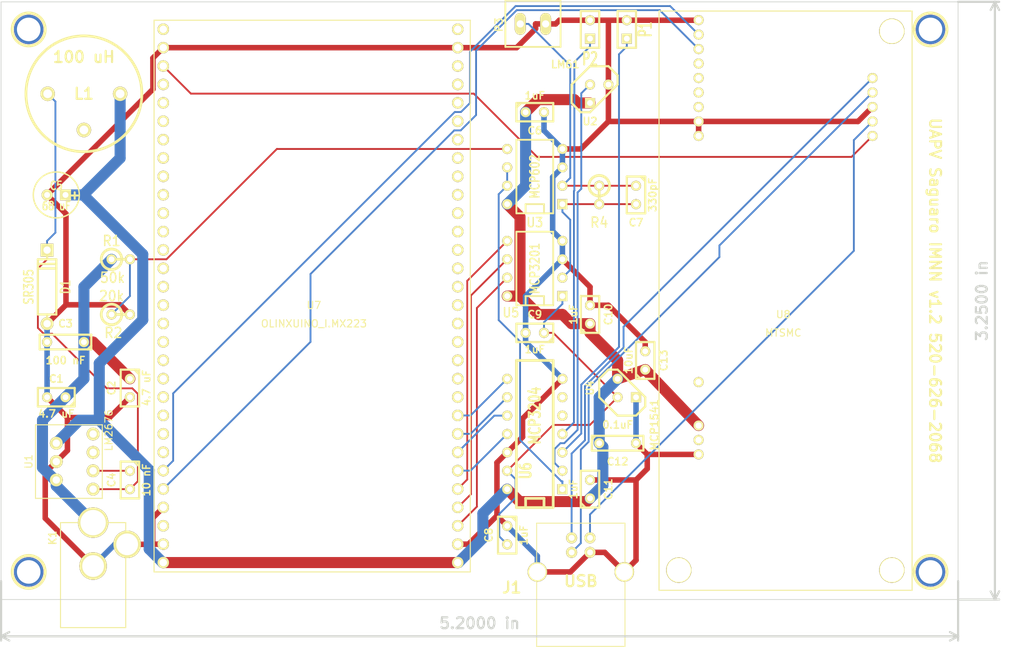
<source format=kicad_pcb>
(kicad_pcb (version 3) (host pcbnew "(2013-07-07 BZR 4022)-stable")

  (general
    (links 93)
    (no_connects 0)
    (area 72.339999 57.911999 225.266427 148.75)
    (thickness 1.6)
    (drawings 7)
    (tracks 272)
    (zones 0)
    (modules 35)
    (nets 27)
  )

  (page A)
  (layers
    (15 F.Cu signal)
    (0 B.Cu signal)
    (16 B.Adhes user hide)
    (17 F.Adhes user)
    (18 B.Paste user)
    (19 F.Paste user hide)
    (20 B.SilkS user hide)
    (21 F.SilkS user)
    (22 B.Mask user hide)
    (23 F.Mask user hide)
    (24 Dwgs.User user hide)
    (25 Cmts.User user hide)
    (26 Eco1.User user hide)
    (27 Eco2.User user hide)
    (28 Edge.Cuts user)
  )

  (setup
    (last_trace_width 0.254)
    (trace_clearance 0.254)
    (zone_clearance 0.508)
    (zone_45_only no)
    (trace_min 0.254)
    (segment_width 0.2)
    (edge_width 0.1)
    (via_size 0.889)
    (via_drill 0.635)
    (via_min_size 0.889)
    (via_min_drill 0.508)
    (uvia_size 0.508)
    (uvia_drill 0.127)
    (uvias_allowed no)
    (uvia_min_size 0.508)
    (uvia_min_drill 0.127)
    (pcb_text_width 0.3)
    (pcb_text_size 1.5 1.5)
    (mod_edge_width 0.15)
    (mod_text_size 1 1)
    (mod_text_width 0.15)
    (pad_size 1.5875 1.5875)
    (pad_drill 1.03)
    (pad_to_mask_clearance 0.127)
    (solder_mask_min_width 0.127)
    (aux_axis_origin 203.2 99.06)
    (visible_elements 7FFFFA91)
    (pcbplotparams
      (layerselection 283148289)
      (usegerberextensions true)
      (excludeedgelayer true)
      (linewidth 0.150000)
      (plotframeref false)
      (viasonmask false)
      (mode 1)
      (useauxorigin false)
      (hpglpennumber 1)
      (hpglpenspeed 20)
      (hpglpendiameter 15)
      (hpglpenoverlay 2)
      (psnegative false)
      (psa4output false)
      (plotreference true)
      (plotvalue true)
      (plotothertext true)
      (plotinvisibletext false)
      (padsonsilk false)
      (subtractmaskfromsilk false)
      (outputformat 1)
      (mirror false)
      (drillshape 0)
      (scaleselection 1)
      (outputdirectory gerber/))
  )

  (net 0 "")
  (net 1 +12V)
  (net 2 +5V)
  (net 3 /SIG1)
  (net 4 /SIG2)
  (net 5 /SIG3)
  (net 6 /SIG4)
  (net 7 /SIG5)
  (net 8 /SIG6)
  (net 9 /SIG7)
  (net 10 GND)
  (net 11 N-000001)
  (net 12 N-0000031)
  (net 13 N-0000032)
  (net 14 N-0000033)
  (net 15 N-0000040)
  (net 16 N-0000041)
  (net 17 N-0000042)
  (net 18 N-0000044)
  (net 19 N-0000051)
  (net 20 N-0000052)
  (net 21 N-0000053)
  (net 22 N-0000054)
  (net 23 N-0000055)
  (net 24 N-0000056)
  (net 25 N-0000058)
  (net 26 N-0000059)

  (net_class Default "This is the default net class."
    (clearance 0.254)
    (trace_width 0.254)
    (via_dia 0.889)
    (via_drill 0.635)
    (uvia_dia 0.508)
    (uvia_drill 0.127)
    (add_net "")
    (add_net /SIG1)
    (add_net /SIG2)
    (add_net /SIG3)
    (add_net /SIG4)
    (add_net /SIG5)
    (add_net /SIG6)
    (add_net /SIG7)
    (add_net N-000001)
    (add_net N-0000031)
    (add_net N-0000032)
    (add_net N-0000033)
    (add_net N-0000040)
    (add_net N-0000041)
    (add_net N-0000042)
    (add_net N-0000044)
    (add_net N-0000051)
    (add_net N-0000052)
    (add_net N-0000053)
    (add_net N-0000054)
    (add_net N-0000055)
    (add_net N-0000056)
    (add_net N-0000058)
    (add_net N-0000059)
  )

  (net_class GND ""
    (clearance 0.254)
    (trace_width 0.762)
    (via_dia 0.889)
    (via_drill 0.635)
    (uvia_dia 0.508)
    (uvia_drill 0.127)
    (add_net GND)
  )

  (net_class Power ""
    (clearance 0.254)
    (trace_width 1.524)
    (via_dia 0.889)
    (via_drill 0.635)
    (uvia_dia 0.508)
    (uvia_drill 0.127)
    (add_net +12V)
    (add_net +5V)
  )

  (module Olinuxino_i.MX223 (layer F.Cu) (tedit 526D7417) (tstamp 5266DACB)
    (at 115.57 101.6 180)
    (path /526181EB)
    (fp_text reference U7 (at 0 1.27 180) (layer F.SilkS)
      (effects (font (size 1 1) (thickness 0.15)))
    )
    (fp_text value OLINXUINO_I.MX223 (at 0 -1.27 180) (layer F.SilkS)
      (effects (font (size 1 1) (thickness 0.15)))
    )
    (fp_line (start -21.5765 -35.56) (end -21.5765 40.64) (layer F.SilkS) (width 0.15))
    (fp_line (start -21.5765 40.64) (end 22.066 40.64) (layer F.SilkS) (width 0.15))
    (fp_line (start 22.066 -35.56) (end 22.066 40.64) (layer F.SilkS) (width 0.15))
    (fp_line (start -21.5765 -35.56) (end 22.066 -35.56) (layer F.SilkS) (width 0.15))
    (pad 1 thru_hole circle (at -19.844 -34.268 180) (size 1.5875 1.5875) (drill 1.03)
      (layers *.Cu *.Mask F.SilkS)
      (net 2 +5V)
    )
    (pad 2 thru_hole circle (at -19.844 -31.728 180) (size 1.5875 1.5875) (drill 1.03)
      (layers *.Cu *.Mask F.SilkS)
      (net 10 GND)
    )
    (pad 3 thru_hole circle (at -19.844 -29.188 180) (size 1.5875 1.5875) (drill 1.03)
      (layers *.Cu *.Mask F.SilkS)
      (net 3 /SIG1)
    )
    (pad 4 thru_hole circle (at -19.844 -26.648 180) (size 1.5875 1.5875) (drill 1.03)
      (layers *.Cu *.Mask F.SilkS)
      (net 4 /SIG2)
    )
    (pad 5 thru_hole circle (at -19.844 -24.108 180) (size 1.5875 1.5875) (drill 1.03)
      (layers *.Cu *.Mask F.SilkS)
      (net 5 /SIG3)
    )
    (pad 6 thru_hole circle (at -19.844 -21.568 180) (size 1.5875 1.5875) (drill 1.03)
      (layers *.Cu *.Mask F.SilkS)
      (net 6 /SIG4)
    )
    (pad 7 thru_hole circle (at -19.844 -19.028 180) (size 1.5875 1.5875) (drill 1.03)
      (layers *.Cu *.Mask F.SilkS)
      (net 7 /SIG5)
    )
    (pad 8 thru_hole circle (at -19.844 -16.488 180) (size 1.5875 1.5875) (drill 1.03)
      (layers *.Cu *.Mask F.SilkS)
      (net 8 /SIG6)
    )
    (pad 9 thru_hole circle (at -19.844 -13.948 180) (size 1.5875 1.5875) (drill 1.03)
      (layers *.Cu *.Mask F.SilkS)
      (net 9 /SIG7)
    )
    (pad 10 thru_hole circle (at -19.844 -11.408 180) (size 1.5875 1.5875) (drill 1.03)
      (layers *.Cu *.Mask F.SilkS)
    )
    (pad 11 thru_hole circle (at -19.844 -8.868 180) (size 1.5875 1.5875) (drill 1.03)
      (layers *.Cu *.Mask F.SilkS)
    )
    (pad 12 thru_hole circle (at -19.844 -6.328 180) (size 1.5875 1.5875) (drill 1.03)
      (layers *.Cu *.Mask F.SilkS)
    )
    (pad 13 thru_hole circle (at -19.844 -3.788 180) (size 1.5875 1.5875) (drill 1.03)
      (layers *.Cu *.Mask F.SilkS)
    )
    (pad 14 thru_hole circle (at -19.844 -1.248 180) (size 1.5875 1.5875) (drill 1.03)
      (layers *.Cu *.Mask F.SilkS)
    )
    (pad 15 thru_hole circle (at -19.844 1.292 180) (size 1.5875 1.5875) (drill 1.03)
      (layers *.Cu *.Mask F.SilkS)
    )
    (pad 16 thru_hole circle (at -19.844 3.832 180) (size 1.5875 1.5875) (drill 1.03)
      (layers *.Cu *.Mask F.SilkS)
    )
    (pad 17 thru_hole circle (at -19.844 6.372 180) (size 1.5875 1.5875) (drill 1.03)
      (layers *.Cu *.Mask F.SilkS)
    )
    (pad 18 thru_hole circle (at -19.844 8.912 180) (size 1.5875 1.5875) (drill 1.03)
      (layers *.Cu *.Mask F.SilkS)
    )
    (pad 19 thru_hole circle (at -19.844 11.452 180) (size 1.5875 1.5875) (drill 1.03)
      (layers *.Cu *.Mask F.SilkS)
    )
    (pad 20 thru_hole circle (at -19.844 13.992 180) (size 1.5875 1.5875) (drill 1.03)
      (layers *.Cu *.Mask F.SilkS)
    )
    (pad 21 thru_hole circle (at -19.844 16.532 180) (size 1.5875 1.5875) (drill 1.03)
      (layers *.Cu *.Mask F.SilkS)
    )
    (pad 22 thru_hole circle (at -19.844 19.072 180) (size 1.5875 1.5875) (drill 1.03)
      (layers *.Cu *.Mask F.SilkS)
    )
    (pad 23 thru_hole circle (at -19.844 21.612 180) (size 1.5875 1.5875) (drill 1.03)
      (layers *.Cu *.Mask F.SilkS)
    )
    (pad 24 thru_hole circle (at -19.844 24.152 180) (size 1.5875 1.5875) (drill 1.03)
      (layers *.Cu *.Mask F.SilkS)
    )
    (pad 25 thru_hole circle (at -19.844 26.692 180) (size 1.5875 1.5875) (drill 1.03)
      (layers *.Cu *.Mask F.SilkS)
    )
    (pad 26 thru_hole circle (at -19.844 29.232 180) (size 1.5875 1.5875) (drill 1.03)
      (layers *.Cu *.Mask F.SilkS)
    )
    (pad 27 thru_hole circle (at -19.844 31.772 180) (size 1.5875 1.5875) (drill 1.03)
      (layers *.Cu *.Mask F.SilkS)
    )
    (pad 28 thru_hole circle (at -19.844 34.312 180) (size 1.5875 1.5875) (drill 1.03)
      (layers *.Cu *.Mask F.SilkS)
    )
    (pad 29 thru_hole circle (at -19.844 36.852 180) (size 1.5875 1.5875) (drill 1.03)
      (layers *.Cu *.Mask F.SilkS)
      (net 10 GND)
    )
    (pad 30 thru_hole circle (at -19.844 39.392 180) (size 1.5875 1.5875) (drill 1.03)
      (layers *.Cu *.Mask F.SilkS)
    )
    (pad 31 thru_hole circle (at 20.796 -34.268 180) (size 1.5875 1.5875) (drill 1.03)
      (layers *.Cu *.Mask F.SilkS)
      (net 2 +5V)
    )
    (pad 32 thru_hole circle (at 20.796 -31.728 180) (size 1.5875 1.5875) (drill 1.03)
      (layers *.Cu *.Mask F.SilkS)
      (net 10 GND)
    )
    (pad 33 thru_hole circle (at 20.796 -29.188 180) (size 1.5875 1.5875) (drill 1.03)
      (layers *.Cu *.Mask F.SilkS)
    )
    (pad 34 thru_hole circle (at 20.796 -26.648 180) (size 1.5875 1.5875) (drill 1.03)
      (layers *.Cu *.Mask F.SilkS)
      (net 10 GND)
    )
    (pad 35 thru_hole circle (at 20.796 -24.108 180) (size 1.5875 1.5875) (drill 1.03)
      (layers *.Cu *.Mask F.SilkS)
      (net 25 N-0000058)
    )
    (pad 36 thru_hole circle (at 20.796 -21.568 180) (size 1.5875 1.5875) (drill 1.03)
      (layers *.Cu *.Mask F.SilkS)
      (net 26 N-0000059)
    )
    (pad 37 thru_hole circle (at 20.796 -19.028 180) (size 1.5875 1.5875) (drill 1.03)
      (layers *.Cu *.Mask F.SilkS)
    )
    (pad 38 thru_hole circle (at 20.796 -16.488 180) (size 1.5875 1.5875) (drill 1.03)
      (layers *.Cu *.Mask F.SilkS)
    )
    (pad 39 thru_hole circle (at 20.796 -13.948 180) (size 1.5875 1.5875) (drill 1.03)
      (layers *.Cu *.Mask F.SilkS)
    )
    (pad 40 thru_hole circle (at 20.796 -11.408 180) (size 1.5875 1.5875) (drill 1.03)
      (layers *.Cu *.Mask F.SilkS)
    )
    (pad 41 thru_hole circle (at 20.796 -8.868 180) (size 1.5875 1.5875) (drill 1.03)
      (layers *.Cu *.Mask F.SilkS)
    )
    (pad 42 thru_hole circle (at 20.796 -6.328 180) (size 1.5875 1.5875) (drill 1.03)
      (layers *.Cu *.Mask F.SilkS)
    )
    (pad 43 thru_hole circle (at 20.796 -3.788 180) (size 1.5875 1.5875) (drill 1.03)
      (layers *.Cu *.Mask F.SilkS)
    )
    (pad 44 thru_hole circle (at 20.796 -1.248 180) (size 1.5875 1.5875) (drill 1.03)
      (layers *.Cu *.Mask F.SilkS)
    )
    (pad 45 thru_hole circle (at 20.796 1.292 180) (size 1.5875 1.5875) (drill 1.03)
      (layers *.Cu *.Mask F.SilkS)
    )
    (pad 46 thru_hole circle (at 20.796 3.832 180) (size 1.5875 1.5875) (drill 1.03)
      (layers *.Cu *.Mask F.SilkS)
    )
    (pad 47 thru_hole circle (at 20.796 6.372 180) (size 1.5875 1.5875) (drill 1.03)
      (layers *.Cu *.Mask F.SilkS)
    )
    (pad 48 thru_hole circle (at 20.796 8.912 180) (size 1.5875 1.5875) (drill 1.03)
      (layers *.Cu *.Mask F.SilkS)
    )
    (pad 49 thru_hole circle (at 20.796 11.452 180) (size 1.5875 1.5875) (drill 1.03)
      (layers *.Cu *.Mask F.SilkS)
    )
    (pad 50 thru_hole circle (at 20.796 13.992 180) (size 1.5875 1.5875) (drill 1.03)
      (layers *.Cu *.Mask F.SilkS)
    )
    (pad 51 thru_hole circle (at 20.796 16.532 180) (size 1.5875 1.5875) (drill 1.03)
      (layers *.Cu *.Mask F.SilkS)
    )
    (pad 52 thru_hole circle (at 20.796 19.072 180) (size 1.5875 1.5875) (drill 1.03)
      (layers *.Cu *.Mask F.SilkS)
    )
    (pad 53 thru_hole circle (at 20.796 21.612 180) (size 1.5875 1.5875) (drill 1.03)
      (layers *.Cu *.Mask F.SilkS)
    )
    (pad 54 thru_hole circle (at 20.796 24.152 180) (size 1.5875 1.5875) (drill 1.03)
      (layers *.Cu *.Mask F.SilkS)
    )
    (pad 55 thru_hole circle (at 20.796 26.692 180) (size 1.5875 1.5875) (drill 1.03)
      (layers *.Cu *.Mask F.SilkS)
    )
    (pad 56 thru_hole circle (at 20.796 29.232 180) (size 1.5875 1.5875) (drill 1.03)
      (layers *.Cu *.Mask F.SilkS)
    )
    (pad 57 thru_hole circle (at 20.796 31.772 180) (size 1.5875 1.5875) (drill 1.03)
      (layers *.Cu *.Mask F.SilkS)
    )
    (pad 58 thru_hole circle (at 20.796 34.312 180) (size 1.5875 1.5875) (drill 1.03)
      (layers *.Cu *.Mask F.SilkS)
      (net 24 N-0000056)
    )
    (pad 59 thru_hole circle (at 20.796 36.852 180) (size 1.5875 1.5875) (drill 1.03)
      (layers *.Cu *.Mask F.SilkS)
      (net 10 GND)
    )
    (pad 60 thru_hole circle (at 20.796 39.392 180) (size 1.5875 1.5875) (drill 1.03)
      (layers *.Cu *.Mask F.SilkS)
    )
  )

  (module TO92 (layer F.Cu) (tedit 526D7390) (tstamp 5266DB19)
    (at 154.94 71.12)
    (descr "Transistor TO92 brochage type BC237")
    (tags "TR TO92")
    (path /526B0220)
    (fp_text reference U2 (at -1.27 3.81) (layer F.SilkS)
      (effects (font (size 1.016 1.016) (thickness 0.2032)))
    )
    (fp_text value LM61 (at -4.699 -4.064) (layer F.SilkS)
      (effects (font (size 1.016 1.016) (thickness 0.2032)))
    )
    (fp_line (start -1.27 2.54) (end 2.54 -1.27) (layer F.SilkS) (width 0.3048))
    (fp_line (start 2.54 -1.27) (end 2.54 -2.54) (layer F.SilkS) (width 0.3048))
    (fp_line (start 2.54 -2.54) (end 1.27 -3.81) (layer F.SilkS) (width 0.3048))
    (fp_line (start 1.27 -3.81) (end -1.27 -3.81) (layer F.SilkS) (width 0.3048))
    (fp_line (start -1.27 -3.81) (end -3.81 -1.27) (layer F.SilkS) (width 0.3048))
    (fp_line (start -3.81 -1.27) (end -3.81 1.27) (layer F.SilkS) (width 0.3048))
    (fp_line (start -3.81 1.27) (end -2.54 2.54) (layer F.SilkS) (width 0.3048))
    (fp_line (start -2.54 2.54) (end -1.27 2.54) (layer F.SilkS) (width 0.3048))
    (pad 1 thru_hole rect (at -1.27 1.27) (size 1.397 1.397) (drill 0.8128)
      (layers *.Cu *.Mask F.SilkS)
      (net 2 +5V)
    )
    (pad 2 thru_hole circle (at -1.27 -1.27) (size 1.397 1.397) (drill 0.8128)
      (layers *.Cu *.Mask F.SilkS)
      (net 18 N-0000044)
    )
    (pad 3 thru_hole circle (at 1.27 -1.27) (size 1.397 1.397) (drill 0.8128)
      (layers *.Cu *.Mask F.SilkS)
      (net 10 GND)
    )
    (model discret/to98.wrl
      (at (xyz 0 0 0))
      (scale (xyz 1 1 1))
      (rotate (xyz 0 0 0))
    )
  )

  (module TO92 (layer F.Cu) (tedit 52B47B95) (tstamp 5266DAF5)
    (at 158.75 111.76 90)
    (descr "Transistor TO92 brochage type BC237")
    (tags "TR TO92")
    (path /52659B69)
    (fp_text reference U4 (at 0 -5.08 90) (layer F.SilkS)
      (effects (font (size 1.016 1.016) (thickness 0.2032)))
    )
    (fp_text value MCP1541 (at -5.08 3.81 90) (layer F.SilkS)
      (effects (font (size 1.016 1.016) (thickness 0.2032)))
    )
    (fp_line (start -1.27 2.54) (end 2.54 -1.27) (layer F.SilkS) (width 0.3048))
    (fp_line (start 2.54 -1.27) (end 2.54 -2.54) (layer F.SilkS) (width 0.3048))
    (fp_line (start 2.54 -2.54) (end 1.27 -3.81) (layer F.SilkS) (width 0.3048))
    (fp_line (start 1.27 -3.81) (end -1.27 -3.81) (layer F.SilkS) (width 0.3048))
    (fp_line (start -1.27 -3.81) (end -3.81 -1.27) (layer F.SilkS) (width 0.3048))
    (fp_line (start -3.81 -1.27) (end -3.81 1.27) (layer F.SilkS) (width 0.3048))
    (fp_line (start -3.81 1.27) (end -2.54 2.54) (layer F.SilkS) (width 0.3048))
    (fp_line (start -2.54 2.54) (end -1.27 2.54) (layer F.SilkS) (width 0.3048))
    (pad 1 thru_hole rect (at -1.27 1.27 90) (size 1.397 1.397) (drill 0.8128)
      (layers *.Cu *.Mask F.SilkS)
      (net 10 GND)
    )
    (pad 2 thru_hole circle (at -1.27 -1.27 90) (size 1.397 1.397) (drill 0.8128)
      (layers *.Cu *.Mask F.SilkS)
      (net 11 N-000001)
    )
    (pad 3 thru_hole circle (at 1.27 -1.27 90) (size 1.397 1.397) (drill 0.8128)
      (layers *.Cu *.Mask F.SilkS)
      (net 2 +5V)
    )
    (model discret/to98.wrl
      (at (xyz 0 0 0))
      (scale (xyz 1 1 1))
      (rotate (xyz 0 0 0))
    )
  )

  (module MTSMC (layer F.Cu) (tedit 5266985B) (tstamp 526706D3)
    (at 180.34 102.87 180)
    (path /5261814B)
    (fp_text reference U8 (at 0 1.27 180) (layer F.SilkS)
      (effects (font (size 1 1) (thickness 0.15)))
    )
    (fp_text value MTSMC (at 0 -1.27 180) (layer F.SilkS)
      (effects (font (size 1 1) (thickness 0.15)))
    )
    (fp_line (start 17.145 -36.83) (end 17.145 43.18) (layer F.SilkS) (width 0.15))
    (fp_line (start -17.78 -36.83) (end -17.78 43.18) (layer F.SilkS) (width 0.15))
    (fp_line (start -17.78 -36.83) (end 17.145 -36.83) (layer F.SilkS) (width 0.15))
    (fp_line (start -17.78 43.18) (end 17.145 43.18) (layer F.SilkS) (width 0.15))
    (pad "" thru_hole circle (at -14.986 -34.036) (size 3.5052 3.5052) (drill 3.2512)
      (layers *.Cu *.Mask F.SilkS)
    )
    (pad "" thru_hole circle (at 14.4145 -34.036) (size 3.5052 3.5052) (drill 3.2512)
      (layers *.Cu *.Mask F.SilkS)
    )
    (pad "" thru_hole circle (at -14.986 40.386) (size 3.5052 3.5052) (drill 3.2512)
      (layers *.Cu *.Mask F.SilkS)
    )
    (pad 63 thru_hole circle (at 11.684 -18.0594) (size 1.397 1.397) (drill 0.889)
      (layers *.Cu *.Mask F.SilkS)
      (net 10 GND)
    )
    (pad 61 thru_hole circle (at 11.684 -14.0716) (size 1.397 1.397) (drill 0.889)
      (layers *.Cu *.Mask F.SilkS)
      (net 2 +5V)
    )
    (pad 58 thru_hole circle (at 11.684 -8.07) (size 1.397 1.397) (drill 0.889)
      (layers *.Cu *.Mask F.SilkS)
    )
    (pad 41 thru_hole circle (at 11.68 25.93) (size 1.397 1.397) (drill 0.889)
      (layers *.Cu *.Mask F.SilkS)
      (net 10 GND)
    )
    (pad 40 thru_hole circle (at 11.68 27.93) (size 1.397 1.397) (drill 0.889)
      (layers *.Cu *.Mask F.SilkS)
      (net 10 GND)
    )
    (pad 33 thru_hole circle (at 11.68 41.93) (size 1.397 1.397) (drill 0.889)
      (layers *.Cu *.Mask F.SilkS)
      (net 10 GND)
    )
    (pad 34 thru_hole circle (at 11.68 39.93) (size 1.397 1.397) (drill 0.889)
      (layers *.Cu *.Mask F.SilkS)
      (net 26 N-0000059)
    )
    (pad 35 thru_hole circle (at 11.68 37.93) (size 1.397 1.397) (drill 0.889)
      (layers *.Cu *.Mask F.SilkS)
      (net 25 N-0000058)
    )
    (pad 36 thru_hole circle (at 11.68 35.93) (size 1.397 1.397) (drill 0.889)
      (layers *.Cu *.Mask F.SilkS)
    )
    (pad 37 thru_hole circle (at 11.68 33.93) (size 1.397 1.397) (drill 0.889)
      (layers *.Cu *.Mask F.SilkS)
    )
    (pad 38 thru_hole circle (at 11.68 31.93) (size 1.397 1.397) (drill 0.889)
      (layers *.Cu *.Mask F.SilkS)
    )
    (pad 39 thru_hole circle (at 11.68 29.93) (size 1.397 1.397) (drill 0.889)
      (layers *.Cu *.Mask F.SilkS)
    )
    (pad 24 thru_hole circle (at -12.32 25.93) (size 1.397 1.397) (drill 0.889)
      (layers *.Cu *.Mask F.SilkS)
      (net 24 N-0000056)
    )
    (pad 25 thru_hole circle (at -12.32 27.93) (size 1.397 1.397) (drill 0.889)
      (layers *.Cu *.Mask F.SilkS)
      (net 17 N-0000042)
    )
    (pad 26 thru_hole circle (at -12.32 29.93) (size 1.397 1.397) (drill 0.889)
      (layers *.Cu *.Mask F.SilkS)
      (net 10 GND)
    )
    (pad 27 thru_hole circle (at -12.32 31.93) (size 1.397 1.397) (drill 0.889)
      (layers *.Cu *.Mask F.SilkS)
      (net 16 N-0000041)
    )
    (pad 28 thru_hole circle (at -12.32 33.93) (size 1.397 1.397) (drill 0.889)
      (layers *.Cu *.Mask F.SilkS)
      (net 15 N-0000040)
    )
    (pad "" thru_hole circle (at 11.684 -16.0716) (size 1.397 1.397) (drill 0.889)
      (layers *.Cu *.Mask F.SilkS)
    )
  )

  (module C1V7 (layer F.Cu) (tedit 5266AA48) (tstamp 5266DBF1)
    (at 80.01 85.09 180)
    (path /526077F0)
    (fp_text reference C5 (at 0 1.27 180) (layer F.SilkS)
      (effects (font (size 1.143 0.889) (thickness 0.2032)))
    )
    (fp_text value "68 uF" (at 0 -1.524 180) (layer F.SilkS)
      (effects (font (size 1.143 0.889) (thickness 0.2032)))
    )
    (fp_text user + (at -2.54 0 180) (layer F.SilkS)
      (effects (font (size 1.143 1.143) (thickness 0.3048)))
    )
    (fp_circle (center 0 0) (end 3.175 0) (layer F.SilkS) (width 0.2032))
    (pad 1 thru_hole rect (at -1.27 0 180) (size 1.524 1.524) (drill 0.8128)
      (layers *.Cu *.Mask F.SilkS)
      (net 2 +5V)
    )
    (pad 2 thru_hole circle (at 1.27 0 180) (size 1.524 1.524) (drill 0.8128)
      (layers *.Cu *.Mask F.SilkS)
      (net 10 GND)
    )
    (model discret/c_vert_c1v7.wrl
      (at (xyz 0 0 0))
      (scale (xyz 1 1 1))
      (rotate (xyz 0 0 0))
    )
  )

  (module PINHEAD1-2 (layer F.Cu) (tedit 5266AACF) (tstamp 5266214E)
    (at 145.796 61.468)
    (path /52661AA8)
    (attr virtual)
    (fp_text reference P3 (at -4.699 0.127 90) (layer F.SilkS)
      (effects (font (size 1.016 1.016) (thickness 0.1778)))
    )
    (fp_text value CONN_2 (at 0.381 4.191) (layer F.SilkS) hide
      (effects (font (size 1.016 1.016) (thickness 0.1778)))
    )
    (fp_line (start 3.81 3.175) (end -3.81 3.175) (layer F.SilkS) (width 0.254))
    (fp_line (start -3.81 -3.175) (end 3.81 -3.175) (layer F.SilkS) (width 0.15))
    (fp_line (start -3.81 -3.175) (end -3.81 3.175) (layer F.SilkS) (width 0.254))
    (fp_line (start 3.81 -3.175) (end 3.81 3.175) (layer F.SilkS) (width 0.254))
    (pad 1 thru_hole oval (at -1.75 0) (size 1.50622 3.01498) (drill 0.99822)
      (layers *.Cu *.Mask F.SilkS)
      (net 23 N-0000055)
    )
    (pad 2 thru_hole oval (at 1.75 0) (size 1.50622 3.01498) (drill 0.99822)
      (layers *.Cu *.Mask F.SilkS)
      (net 10 GND)
    )
  )

  (module C1 (layer F.Cu) (tedit 5266AA7D) (tstamp 5266DC21)
    (at 80.01 113.03 180)
    (descr "Condensateur e = 1 pas")
    (tags C)
    (path /52607076)
    (fp_text reference C1 (at 0 2.54 180) (layer F.SilkS)
      (effects (font (size 1.016 1.016) (thickness 0.2032)))
    )
    (fp_text value "4.7 uF" (at 0 -2.286 180) (layer F.SilkS)
      (effects (font (size 1.016 1.016) (thickness 0.2032)))
    )
    (fp_line (start -2.4892 -1.27) (end 2.54 -1.27) (layer F.SilkS) (width 0.3048))
    (fp_line (start 2.54 -1.27) (end 2.54 1.27) (layer F.SilkS) (width 0.3048))
    (fp_line (start 2.54 1.27) (end -2.54 1.27) (layer F.SilkS) (width 0.3048))
    (fp_line (start -2.54 1.27) (end -2.54 -1.27) (layer F.SilkS) (width 0.3048))
    (fp_line (start -2.54 -0.635) (end -1.905 -1.27) (layer F.SilkS) (width 0.3048))
    (pad 1 thru_hole circle (at -1.27 0 180) (size 1.397 1.397) (drill 0.8128)
      (layers *.Cu *.Mask F.SilkS)
      (net 1 +12V)
    )
    (pad 2 thru_hole circle (at 1.27 0 180) (size 1.397 1.397) (drill 0.8128)
      (layers *.Cu *.Mask F.SilkS)
      (net 10 GND)
    )
    (model discret/capa_1_pas.wrl
      (at (xyz 0 0 0))
      (scale (xyz 1 1 1))
      (rotate (xyz 0 0 0))
    )
  )

  (module C1 (layer F.Cu) (tedit 5266AA7A) (tstamp 5266DC15)
    (at 90.17 111.76 270)
    (descr "Condensateur e = 1 pas")
    (tags C)
    (path /52607067)
    (fp_text reference C2 (at 0 2.54 270) (layer F.SilkS)
      (effects (font (size 1.016 1.016) (thickness 0.2032)))
    )
    (fp_text value "4.7 uF" (at 0 -2.286 270) (layer F.SilkS)
      (effects (font (size 1.016 1.016) (thickness 0.2032)))
    )
    (fp_line (start -2.4892 -1.27) (end 2.54 -1.27) (layer F.SilkS) (width 0.3048))
    (fp_line (start 2.54 -1.27) (end 2.54 1.27) (layer F.SilkS) (width 0.3048))
    (fp_line (start 2.54 1.27) (end -2.54 1.27) (layer F.SilkS) (width 0.3048))
    (fp_line (start -2.54 1.27) (end -2.54 -1.27) (layer F.SilkS) (width 0.3048))
    (fp_line (start -2.54 -0.635) (end -1.905 -1.27) (layer F.SilkS) (width 0.3048))
    (pad 1 thru_hole circle (at -1.27 0 270) (size 1.397 1.397) (drill 0.8128)
      (layers *.Cu *.Mask F.SilkS)
      (net 1 +12V)
    )
    (pad 2 thru_hole circle (at 1.27 0 270) (size 1.397 1.397) (drill 0.8128)
      (layers *.Cu *.Mask F.SilkS)
      (net 10 GND)
    )
    (model discret/capa_1_pas.wrl
      (at (xyz 0 0 0))
      (scale (xyz 1 1 1))
      (rotate (xyz 0 0 0))
    )
  )

  (module C2 (layer F.Cu) (tedit 5266AA77) (tstamp 5266DC09)
    (at 81.28 105.41 180)
    (descr "Condensateur = 2 pas")
    (tags C)
    (path /52607058)
    (fp_text reference C3 (at 0 2.54 180) (layer F.SilkS)
      (effects (font (size 1.016 1.016) (thickness 0.2032)))
    )
    (fp_text value "100 nF" (at 0 -2.54 180) (layer F.SilkS)
      (effects (font (size 1.016 1.016) (thickness 0.2032)))
    )
    (fp_line (start -3.556 -1.016) (end 3.556 -1.016) (layer F.SilkS) (width 0.3048))
    (fp_line (start 3.556 -1.016) (end 3.556 1.016) (layer F.SilkS) (width 0.3048))
    (fp_line (start 3.556 1.016) (end -3.556 1.016) (layer F.SilkS) (width 0.3048))
    (fp_line (start -3.556 1.016) (end -3.556 -1.016) (layer F.SilkS) (width 0.3048))
    (fp_line (start -3.556 -0.508) (end -3.048 -1.016) (layer F.SilkS) (width 0.3048))
    (pad 1 thru_hole circle (at -2.54 0 180) (size 1.397 1.397) (drill 0.8128)
      (layers *.Cu *.Mask F.SilkS)
      (net 1 +12V)
    )
    (pad 2 thru_hole circle (at 2.54 0 180) (size 1.397 1.397) (drill 0.8128)
      (layers *.Cu *.Mask F.SilkS)
      (net 10 GND)
    )
    (model discret/capa_2pas_5x5mm.wrl
      (at (xyz 0 0 0))
      (scale (xyz 1 1 1))
      (rotate (xyz 0 0 0))
    )
  )

  (module C1 (layer F.Cu) (tedit 5266AA82) (tstamp 5266DBFD)
    (at 90.17 124.46 270)
    (descr "Condensateur e = 1 pas")
    (tags C)
    (path /5260778D)
    (fp_text reference C4 (at 0 2.54 270) (layer F.SilkS)
      (effects (font (size 1.016 1.016) (thickness 0.2032)))
    )
    (fp_text value "10 nF" (at 0 -2.286 270) (layer F.SilkS)
      (effects (font (size 1.016 1.016) (thickness 0.2032)))
    )
    (fp_line (start -2.4892 -1.27) (end 2.54 -1.27) (layer F.SilkS) (width 0.3048))
    (fp_line (start 2.54 -1.27) (end 2.54 1.27) (layer F.SilkS) (width 0.3048))
    (fp_line (start 2.54 1.27) (end -2.54 1.27) (layer F.SilkS) (width 0.3048))
    (fp_line (start -2.54 1.27) (end -2.54 -1.27) (layer F.SilkS) (width 0.3048))
    (fp_line (start -2.54 -0.635) (end -1.905 -1.27) (layer F.SilkS) (width 0.3048))
    (pad 1 thru_hole circle (at -1.27 0 270) (size 1.397 1.397) (drill 0.8128)
      (layers *.Cu *.Mask F.SilkS)
      (net 13 N-0000032)
    )
    (pad 2 thru_hole circle (at 1.27 0 270) (size 1.397 1.397) (drill 0.8128)
      (layers *.Cu *.Mask F.SilkS)
      (net 12 N-0000031)
    )
    (model discret/capa_1_pas.wrl
      (at (xyz 0 0 0))
      (scale (xyz 1 1 1))
      (rotate (xyz 0 0 0))
    )
  )

  (module C1 (layer F.Cu) (tedit 5266AAD3) (tstamp 5266DBE8)
    (at 146.05 73.66)
    (descr "Condensateur e = 1 pas")
    (tags C)
    (path /5265B0F9)
    (fp_text reference C6 (at 0 2.54) (layer F.SilkS)
      (effects (font (size 1.016 1.016) (thickness 0.2032)))
    )
    (fp_text value 1uF (at 0 -2.286) (layer F.SilkS)
      (effects (font (size 1.016 1.016) (thickness 0.2032)))
    )
    (fp_line (start -2.4892 -1.27) (end 2.54 -1.27) (layer F.SilkS) (width 0.3048))
    (fp_line (start 2.54 -1.27) (end 2.54 1.27) (layer F.SilkS) (width 0.3048))
    (fp_line (start 2.54 1.27) (end -2.54 1.27) (layer F.SilkS) (width 0.3048))
    (fp_line (start -2.54 1.27) (end -2.54 -1.27) (layer F.SilkS) (width 0.3048))
    (fp_line (start -2.54 -0.635) (end -1.905 -1.27) (layer F.SilkS) (width 0.3048))
    (pad 1 thru_hole circle (at -1.27 0) (size 1.397 1.397) (drill 0.8128)
      (layers *.Cu *.Mask F.SilkS)
      (net 2 +5V)
    )
    (pad 2 thru_hole circle (at 1.27 0) (size 1.397 1.397) (drill 0.8128)
      (layers *.Cu *.Mask F.SilkS)
      (net 10 GND)
    )
    (model discret/capa_1_pas.wrl
      (at (xyz 0 0 0))
      (scale (xyz 1 1 1))
      (rotate (xyz 0 0 0))
    )
  )

  (module C1 (layer F.Cu) (tedit 526D73D5) (tstamp 5266DBDC)
    (at 160.02 85.09 270)
    (descr "Condensateur e = 1 pas")
    (tags C)
    (path /5265B246)
    (fp_text reference C7 (at 3.81 0 360) (layer F.SilkS)
      (effects (font (size 1.016 1.016) (thickness 0.2032)))
    )
    (fp_text value 330pF (at 0 -2.286 270) (layer F.SilkS)
      (effects (font (size 1.016 1.016) (thickness 0.2032)))
    )
    (fp_line (start -2.4892 -1.27) (end 2.54 -1.27) (layer F.SilkS) (width 0.3048))
    (fp_line (start 2.54 -1.27) (end 2.54 1.27) (layer F.SilkS) (width 0.3048))
    (fp_line (start 2.54 1.27) (end -2.54 1.27) (layer F.SilkS) (width 0.3048))
    (fp_line (start -2.54 1.27) (end -2.54 -1.27) (layer F.SilkS) (width 0.3048))
    (fp_line (start -2.54 -0.635) (end -1.905 -1.27) (layer F.SilkS) (width 0.3048))
    (pad 1 thru_hole circle (at -1.27 0 270) (size 1.397 1.397) (drill 0.8128)
      (layers *.Cu *.Mask F.SilkS)
      (net 23 N-0000055)
    )
    (pad 2 thru_hole circle (at 1.27 0 270) (size 1.397 1.397) (drill 0.8128)
      (layers *.Cu *.Mask F.SilkS)
      (net 14 N-0000033)
    )
    (model discret/capa_1_pas.wrl
      (at (xyz 0 0 0))
      (scale (xyz 1 1 1))
      (rotate (xyz 0 0 0))
    )
  )

  (module C1 (layer F.Cu) (tedit 5266AA97) (tstamp 5266DBD0)
    (at 142.24 132.08 270)
    (descr "Condensateur e = 1 pas")
    (tags C)
    (path /5265A70E)
    (fp_text reference C8 (at 0 2.54 270) (layer F.SilkS)
      (effects (font (size 1.016 1.016) (thickness 0.2032)))
    )
    (fp_text value 1uF (at 0 -2.286 270) (layer F.SilkS)
      (effects (font (size 1.016 1.016) (thickness 0.2032)))
    )
    (fp_line (start -2.4892 -1.27) (end 2.54 -1.27) (layer F.SilkS) (width 0.3048))
    (fp_line (start 2.54 -1.27) (end 2.54 1.27) (layer F.SilkS) (width 0.3048))
    (fp_line (start 2.54 1.27) (end -2.54 1.27) (layer F.SilkS) (width 0.3048))
    (fp_line (start -2.54 1.27) (end -2.54 -1.27) (layer F.SilkS) (width 0.3048))
    (fp_line (start -2.54 -0.635) (end -1.905 -1.27) (layer F.SilkS) (width 0.3048))
    (pad 1 thru_hole circle (at -1.27 0 270) (size 1.397 1.397) (drill 0.8128)
      (layers *.Cu *.Mask F.SilkS)
      (net 10 GND)
    )
    (pad 2 thru_hole circle (at 1.27 0 270) (size 1.397 1.397) (drill 0.8128)
      (layers *.Cu *.Mask F.SilkS)
      (net 11 N-000001)
    )
    (model discret/capa_1_pas.wrl
      (at (xyz 0 0 0))
      (scale (xyz 1 1 1))
      (rotate (xyz 0 0 0))
    )
  )

  (module C1 (layer F.Cu) (tedit 5266AAB4) (tstamp 5266DBC4)
    (at 146.05 104.14 180)
    (descr "Condensateur e = 1 pas")
    (tags C)
    (path /5265A4AE)
    (fp_text reference C9 (at 0 2.54 180) (layer F.SilkS)
      (effects (font (size 1.016 1.016) (thickness 0.2032)))
    )
    (fp_text value 1uF (at 0 -2.286 180) (layer F.SilkS)
      (effects (font (size 1.016 1.016) (thickness 0.2032)))
    )
    (fp_line (start -2.4892 -1.27) (end 2.54 -1.27) (layer F.SilkS) (width 0.3048))
    (fp_line (start 2.54 -1.27) (end 2.54 1.27) (layer F.SilkS) (width 0.3048))
    (fp_line (start 2.54 1.27) (end -2.54 1.27) (layer F.SilkS) (width 0.3048))
    (fp_line (start -2.54 1.27) (end -2.54 -1.27) (layer F.SilkS) (width 0.3048))
    (fp_line (start -2.54 -0.635) (end -1.905 -1.27) (layer F.SilkS) (width 0.3048))
    (pad 1 thru_hole circle (at -1.27 0 180) (size 1.397 1.397) (drill 0.8128)
      (layers *.Cu *.Mask F.SilkS)
      (net 11 N-000001)
    )
    (pad 2 thru_hole circle (at 1.27 0 180) (size 1.397 1.397) (drill 0.8128)
      (layers *.Cu *.Mask F.SilkS)
      (net 10 GND)
    )
    (model discret/capa_1_pas.wrl
      (at (xyz 0 0 0))
      (scale (xyz 1 1 1))
      (rotate (xyz 0 0 0))
    )
  )

  (module C1 (layer F.Cu) (tedit 5266AAB0) (tstamp 52B47BF0)
    (at 153.67 101.6 90)
    (descr "Condensateur e = 1 pas")
    (tags C)
    (path /5265AD25)
    (fp_text reference C10 (at 0 2.54 90) (layer F.SilkS)
      (effects (font (size 1.016 1.016) (thickness 0.2032)))
    )
    (fp_text value 1uF (at 0 -2.286 90) (layer F.SilkS)
      (effects (font (size 1.016 1.016) (thickness 0.2032)))
    )
    (fp_line (start -2.4892 -1.27) (end 2.54 -1.27) (layer F.SilkS) (width 0.3048))
    (fp_line (start 2.54 -1.27) (end 2.54 1.27) (layer F.SilkS) (width 0.3048))
    (fp_line (start 2.54 1.27) (end -2.54 1.27) (layer F.SilkS) (width 0.3048))
    (fp_line (start -2.54 1.27) (end -2.54 -1.27) (layer F.SilkS) (width 0.3048))
    (fp_line (start -2.54 -0.635) (end -1.905 -1.27) (layer F.SilkS) (width 0.3048))
    (pad 1 thru_hole circle (at -1.27 0 90) (size 1.397 1.397) (drill 0.8128)
      (layers *.Cu *.Mask F.SilkS)
      (net 2 +5V)
    )
    (pad 2 thru_hole circle (at 1.27 0 90) (size 1.397 1.397) (drill 0.8128)
      (layers *.Cu *.Mask F.SilkS)
      (net 10 GND)
    )
    (model discret/capa_1_pas.wrl
      (at (xyz 0 0 0))
      (scale (xyz 1 1 1))
      (rotate (xyz 0 0 0))
    )
  )

  (module C1 (layer F.Cu) (tedit 5266AA9C) (tstamp 5266DBAC)
    (at 153.67 125.73 90)
    (descr "Condensateur e = 1 pas")
    (tags C)
    (path /5265AB69)
    (fp_text reference C11 (at 0 2.54 90) (layer F.SilkS)
      (effects (font (size 1.016 1.016) (thickness 0.2032)))
    )
    (fp_text value 1uF (at 0 -2.286 90) (layer F.SilkS)
      (effects (font (size 1.016 1.016) (thickness 0.2032)))
    )
    (fp_line (start -2.4892 -1.27) (end 2.54 -1.27) (layer F.SilkS) (width 0.3048))
    (fp_line (start 2.54 -1.27) (end 2.54 1.27) (layer F.SilkS) (width 0.3048))
    (fp_line (start 2.54 1.27) (end -2.54 1.27) (layer F.SilkS) (width 0.3048))
    (fp_line (start -2.54 1.27) (end -2.54 -1.27) (layer F.SilkS) (width 0.3048))
    (fp_line (start -2.54 -0.635) (end -1.905 -1.27) (layer F.SilkS) (width 0.3048))
    (pad 1 thru_hole circle (at -1.27 0 90) (size 1.397 1.397) (drill 0.8128)
      (layers *.Cu *.Mask F.SilkS)
      (net 2 +5V)
    )
    (pad 2 thru_hole circle (at 1.27 0 90) (size 1.397 1.397) (drill 0.8128)
      (layers *.Cu *.Mask F.SilkS)
      (net 10 GND)
    )
    (model discret/capa_1_pas.wrl
      (at (xyz 0 0 0))
      (scale (xyz 1 1 1))
      (rotate (xyz 0 0 0))
    )
  )

  (module C2 (layer F.Cu) (tedit 5266AAA7) (tstamp 5266DBA0)
    (at 157.48 119.38)
    (descr "Condensateur = 2 pas")
    (tags C)
    (path /52659C27)
    (fp_text reference C12 (at 0 2.54) (layer F.SilkS)
      (effects (font (size 1.016 1.016) (thickness 0.2032)))
    )
    (fp_text value 0.1uF (at 0 -2.54) (layer F.SilkS)
      (effects (font (size 1.016 1.016) (thickness 0.2032)))
    )
    (fp_line (start -3.556 -1.016) (end 3.556 -1.016) (layer F.SilkS) (width 0.3048))
    (fp_line (start 3.556 -1.016) (end 3.556 1.016) (layer F.SilkS) (width 0.3048))
    (fp_line (start 3.556 1.016) (end -3.556 1.016) (layer F.SilkS) (width 0.3048))
    (fp_line (start -3.556 1.016) (end -3.556 -1.016) (layer F.SilkS) (width 0.3048))
    (fp_line (start -3.556 -0.508) (end -3.048 -1.016) (layer F.SilkS) (width 0.3048))
    (pad 1 thru_hole circle (at -2.54 0) (size 1.397 1.397) (drill 0.8128)
      (layers *.Cu *.Mask F.SilkS)
      (net 2 +5V)
    )
    (pad 2 thru_hole circle (at 2.54 0) (size 1.397 1.397) (drill 0.8128)
      (layers *.Cu *.Mask F.SilkS)
      (net 10 GND)
    )
    (model discret/capa_2pas_5x5mm.wrl
      (at (xyz 0 0 0))
      (scale (xyz 1 1 1))
      (rotate (xyz 0 0 0))
    )
  )

  (module C1 (layer F.Cu) (tedit 5266AAC7) (tstamp 5266DB94)
    (at 161.29 107.95 90)
    (descr "Condensateur e = 1 pas")
    (tags C)
    (path /5265D0DC)
    (fp_text reference C13 (at 0 2.54 90) (layer F.SilkS)
      (effects (font (size 1.016 1.016) (thickness 0.2032)))
    )
    (fp_text value 10uF (at 0 -2.286 90) (layer F.SilkS)
      (effects (font (size 1.016 1.016) (thickness 0.2032)))
    )
    (fp_line (start -2.4892 -1.27) (end 2.54 -1.27) (layer F.SilkS) (width 0.3048))
    (fp_line (start 2.54 -1.27) (end 2.54 1.27) (layer F.SilkS) (width 0.3048))
    (fp_line (start 2.54 1.27) (end -2.54 1.27) (layer F.SilkS) (width 0.3048))
    (fp_line (start -2.54 1.27) (end -2.54 -1.27) (layer F.SilkS) (width 0.3048))
    (fp_line (start -2.54 -0.635) (end -1.905 -1.27) (layer F.SilkS) (width 0.3048))
    (pad 1 thru_hole circle (at -1.27 0 90) (size 1.397 1.397) (drill 0.8128)
      (layers *.Cu *.Mask F.SilkS)
      (net 2 +5V)
    )
    (pad 2 thru_hole circle (at 1.27 0 90) (size 1.397 1.397) (drill 0.8128)
      (layers *.Cu *.Mask F.SilkS)
      (net 10 GND)
    )
    (model discret/capa_1_pas.wrl
      (at (xyz 0 0 0))
      (scale (xyz 1 1 1))
      (rotate (xyz 0 0 0))
    )
  )

  (module D4 (layer F.Cu) (tedit 5266AA74) (tstamp 5266DB88)
    (at 78.74 97.79 90)
    (descr "Diode 4 pas")
    (tags "DIODE DEV")
    (path /526077DC)
    (fp_text reference D1 (at 0 2.54 90) (layer F.SilkS)
      (effects (font (size 1.27 1.016) (thickness 0.2032)))
    )
    (fp_text value SR305 (at 0 -2.54 90) (layer F.SilkS)
      (effects (font (size 1.27 1.016) (thickness 0.2032)))
    )
    (fp_line (start -3.81 -1.27) (end 3.81 -1.27) (layer F.SilkS) (width 0.3048))
    (fp_line (start 3.81 -1.27) (end 3.81 1.27) (layer F.SilkS) (width 0.3048))
    (fp_line (start 3.81 1.27) (end -3.81 1.27) (layer F.SilkS) (width 0.3048))
    (fp_line (start -3.81 1.27) (end -3.81 -1.27) (layer F.SilkS) (width 0.3048))
    (fp_line (start 3.175 -1.27) (end 3.175 1.27) (layer F.SilkS) (width 0.3048))
    (fp_line (start 2.54 1.27) (end 2.54 -1.27) (layer F.SilkS) (width 0.3048))
    (fp_line (start -3.81 0) (end -5.08 0) (layer F.SilkS) (width 0.3048))
    (fp_line (start 3.81 0) (end 5.08 0) (layer F.SilkS) (width 0.3048))
    (pad 1 thru_hole circle (at -5.08 0 90) (size 1.778 1.778) (drill 1.016)
      (layers *.Cu *.Mask F.SilkS)
      (net 10 GND)
    )
    (pad 2 thru_hole rect (at 5.08 0 90) (size 1.778 1.778) (drill 1.016)
      (layers *.Cu *.Mask F.SilkS)
      (net 12 N-0000031)
    )
    (model discret/diode.wrl
      (at (xyz 0 0 0))
      (scale (xyz 0.4 0.4 0.4))
      (rotate (xyz 0 0 0))
    )
  )

  (module L15-E (layer F.Cu) (tedit 526D74C5) (tstamp 5266DB6C)
    (at 83.82 71.12)
    (path /5260702A)
    (fp_text reference L1 (at 0 0) (layer F.SilkS)
      (effects (font (size 1.524 1.524) (thickness 0.3048)))
    )
    (fp_text value "100 uH" (at 0 -5.08) (layer F.SilkS)
      (effects (font (size 1.524 1.524) (thickness 0.3048)))
    )
    (fp_circle (center 0 0) (end 8 0.0016) (layer F.SilkS) (width 0.381))
    (pad 1 thru_hole circle (at -5.0008 -0.0016) (size 2 2) (drill 1.2)
      (layers *.Cu *.Mask F.SilkS)
      (net 12 N-0000031)
    )
    (pad 2 thru_hole circle (at 4.9992 -0.0016) (size 2 2) (drill 1.2)
      (layers *.Cu *.Mask F.SilkS)
      (net 2 +5V)
    )
    (pad 3 thru_hole circle (at -0.0008 4.9984) (size 2 2) (drill 1.2)
      (layers *.Cu *.Mask F.SilkS)
    )
    (model inductances/inductorV2.wrl
      (at (xyz 0 0 0))
      (scale (xyz 1 1 1))
      (rotate (xyz 0 0 0))
    )
  )

  (module SIL-2 (layer F.Cu) (tedit 5266A2B7) (tstamp 5266DB63)
    (at 158.75 62.23 90)
    (descr "Connecteurs 2 pins")
    (tags "CONN DEV")
    (path /5265BE22)
    (fp_text reference P1 (at 0 2.54 90) (layer F.SilkS)
      (effects (font (size 1.72974 1.08712) (thickness 0.3048)))
    )
    (fp_text value CONN_2 (at 0 -2.54 90) (layer F.SilkS) hide
      (effects (font (size 1.524 1.016) (thickness 0.3048)))
    )
    (fp_line (start -2.54 1.27) (end -2.54 -1.27) (layer F.SilkS) (width 0.3048))
    (fp_line (start -2.54 -1.27) (end 2.54 -1.27) (layer F.SilkS) (width 0.3048))
    (fp_line (start 2.54 -1.27) (end 2.54 1.27) (layer F.SilkS) (width 0.3048))
    (fp_line (start 2.54 1.27) (end -2.54 1.27) (layer F.SilkS) (width 0.3048))
    (pad 1 thru_hole rect (at -1.27 0 90) (size 1.397 1.397) (drill 0.8128)
      (layers *.Cu *.Mask F.SilkS)
      (net 20 N-0000052)
    )
    (pad 2 thru_hole circle (at 1.27 0 90) (size 1.397 1.397) (drill 0.8128)
      (layers *.Cu *.Mask F.SilkS)
      (net 10 GND)
    )
  )

  (module SIL-2 (layer F.Cu) (tedit 5266A2B4) (tstamp 5266DB58)
    (at 153.67 62.23 90)
    (descr "Connecteurs 2 pins")
    (tags "CONN DEV")
    (path /5265BE31)
    (fp_text reference P2 (at -4.064 0 180) (layer F.SilkS)
      (effects (font (size 1.72974 1.08712) (thickness 0.3048)))
    )
    (fp_text value CONN_2 (at 0 -2.54 90) (layer F.SilkS) hide
      (effects (font (size 1.524 1.016) (thickness 0.3048)))
    )
    (fp_line (start -2.54 1.27) (end -2.54 -1.27) (layer F.SilkS) (width 0.3048))
    (fp_line (start -2.54 -1.27) (end 2.54 -1.27) (layer F.SilkS) (width 0.3048))
    (fp_line (start 2.54 -1.27) (end 2.54 1.27) (layer F.SilkS) (width 0.3048))
    (fp_line (start 2.54 1.27) (end -2.54 1.27) (layer F.SilkS) (width 0.3048))
    (pad 1 thru_hole rect (at -1.27 0 90) (size 1.397 1.397) (drill 0.8128)
      (layers *.Cu *.Mask F.SilkS)
      (net 19 N-0000051)
    )
    (pad 2 thru_hole circle (at 1.27 0 90) (size 1.397 1.397) (drill 0.8128)
      (layers *.Cu *.Mask F.SilkS)
      (net 10 GND)
    )
  )

  (module R1 (layer F.Cu) (tedit 5266AA6E) (tstamp 5266DB4D)
    (at 88.9 93.98)
    (descr "Resistance verticale")
    (tags R)
    (path /5265B55D)
    (autoplace_cost90 10)
    (autoplace_cost180 10)
    (fp_text reference R1 (at -1.27 -2.54) (layer F.SilkS)
      (effects (font (size 1.397 1.27) (thickness 0.2032)))
    )
    (fp_text value 50k (at -1.143 2.54) (layer F.SilkS)
      (effects (font (size 1.397 1.27) (thickness 0.2032)))
    )
    (fp_line (start -1.27 0) (end 1.27 0) (layer F.SilkS) (width 0.381))
    (fp_circle (center -1.27 0) (end -0.635 1.27) (layer F.SilkS) (width 0.381))
    (pad 1 thru_hole circle (at -1.27 0) (size 1.397 1.397) (drill 0.8128)
      (layers *.Cu *.Mask F.SilkS)
      (net 1 +12V)
    )
    (pad 2 thru_hole circle (at 1.27 0) (size 1.397 1.397) (drill 0.8128)
      (layers *.Cu *.Mask F.SilkS)
      (net 22 N-0000054)
    )
    (model discret/verti_resistor.wrl
      (at (xyz 0 0 0))
      (scale (xyz 1 1 1))
      (rotate (xyz 0 0 0))
    )
  )

  (module R1 (layer F.Cu) (tedit 5266AA6B) (tstamp 5266DB44)
    (at 88.9 101.6)
    (descr "Resistance verticale")
    (tags R)
    (path /5265B587)
    (autoplace_cost90 10)
    (autoplace_cost180 10)
    (fp_text reference R2 (at -1.016 2.54) (layer F.SilkS)
      (effects (font (size 1.397 1.27) (thickness 0.2032)))
    )
    (fp_text value 20k (at -1.27 -2.54) (layer F.SilkS)
      (effects (font (size 1.397 1.27) (thickness 0.2032)))
    )
    (fp_line (start -1.27 0) (end 1.27 0) (layer F.SilkS) (width 0.381))
    (fp_circle (center -1.27 0) (end -0.635 1.27) (layer F.SilkS) (width 0.381))
    (pad 1 thru_hole circle (at -1.27 0) (size 1.397 1.397) (drill 0.8128)
      (layers *.Cu *.Mask F.SilkS)
      (net 22 N-0000054)
    )
    (pad 2 thru_hole circle (at 1.27 0) (size 1.397 1.397) (drill 0.8128)
      (layers *.Cu *.Mask F.SilkS)
      (net 10 GND)
    )
    (model discret/verti_resistor.wrl
      (at (xyz 0 0 0))
      (scale (xyz 1 1 1))
      (rotate (xyz 0 0 0))
    )
  )

  (module R1 (layer F.Cu) (tedit 52B4776B) (tstamp 5266DB32)
    (at 154.94 85.09 270)
    (descr "Resistance verticale")
    (tags R)
    (path /5265B22D)
    (autoplace_cost90 10)
    (autoplace_cost180 10)
    (fp_text reference R4 (at 3.81 0 360) (layer F.SilkS)
      (effects (font (size 1.397 1.27) (thickness 0.2032)))
    )
    (fp_text value "" (at 3.81 0 360) (layer F.SilkS)
      (effects (font (size 1.397 1.27) (thickness 0.2032)))
    )
    (fp_line (start -1.27 0) (end 1.27 0) (layer F.SilkS) (width 0.381))
    (fp_circle (center -1.27 0) (end -0.635 1.27) (layer F.SilkS) (width 0.381))
    (pad 1 thru_hole circle (at -1.27 0 270) (size 1.397 1.397) (drill 0.8128)
      (layers *.Cu *.Mask F.SilkS)
      (net 23 N-0000055)
    )
    (pad 2 thru_hole circle (at 1.27 0 270) (size 1.397 1.397) (drill 0.8128)
      (layers *.Cu *.Mask F.SilkS)
      (net 14 N-0000033)
    )
    (model discret/verti_resistor.wrl
      (at (xyz 0 0 0))
      (scale (xyz 1 1 1))
      (rotate (xyz 0 0 0))
    )
  )

  (module TO220-7 (layer F.Cu) (tedit 526696C1) (tstamp 5266DB29)
    (at 80.01 121.92)
    (path /52606FF7)
    (fp_text reference U1 (at -3.81 0 90) (layer F.SilkS)
      (effects (font (size 1 1) (thickness 0.15)))
    )
    (fp_text value LM2676 (at 7.239 -4.318 90) (layer F.SilkS)
      (effects (font (size 1 1) (thickness 0.15)))
    )
    (fp_line (start -2.8702 -5.08) (end 6.35 -5.08) (layer F.SilkS) (width 0.15))
    (fp_line (start 6.35 -5.08) (end 6.35 5.08) (layer F.SilkS) (width 0.15))
    (fp_line (start 6.35 5.08) (end -2.8702 5.08) (layer F.SilkS) (width 0.15))
    (fp_line (start -2.8702 5.08) (end -2.8702 -5.08) (layer F.SilkS) (width 0.15))
    (pad 4 thru_hole circle (at 0 0) (size 1.778 1.778) (drill 1.016)
      (layers *.Cu *.Mask F.SilkS)
      (net 10 GND)
    )
    (pad 2 thru_hole circle (at 0 2.54) (size 1.778 1.778) (drill 1.016)
      (layers *.Cu *.Mask F.SilkS)
      (net 1 +12V)
    )
    (pad 6 thru_hole circle (at 0 -2.54) (size 1.778 1.778) (drill 1.016)
      (layers *.Cu *.Mask F.SilkS)
      (net 2 +5V)
    )
    (pad 1 thru_hole circle (at 5.08 3.81) (size 1.778 1.778) (drill 1.016)
      (layers *.Cu *.Mask F.SilkS)
      (net 12 N-0000031)
    )
    (pad 3 thru_hole circle (at 5.08 1.27) (size 1.778 1.778) (drill 1.016)
      (layers *.Cu *.Mask F.SilkS)
      (net 13 N-0000032)
    )
    (pad 5 thru_hole circle (at 5.08 -1.27) (size 1.778 1.778) (drill 1.016)
      (layers *.Cu *.Mask F.SilkS)
    )
    (pad 7 thru_hole circle (at 5.08 -3.81) (size 1.778 1.778) (drill 1.016)
      (layers *.Cu *.Mask F.SilkS)
    )
  )

  (module DIP-8__300 (layer F.Cu) (tedit 526621B1) (tstamp 5266DB09)
    (at 146.05 82.55 90)
    (descr "8 pins DIL package, round pads")
    (tags DIL)
    (path /52654C38)
    (fp_text reference U3 (at -6.35 0 180) (layer F.SilkS)
      (effects (font (size 1.27 1.143) (thickness 0.2032)))
    )
    (fp_text value MCP602 (at 0 0 90) (layer F.SilkS)
      (effects (font (size 1.27 1.016) (thickness 0.2032)))
    )
    (fp_line (start -5.08 -1.27) (end -3.81 -1.27) (layer F.SilkS) (width 0.254))
    (fp_line (start -3.81 -1.27) (end -3.81 1.27) (layer F.SilkS) (width 0.254))
    (fp_line (start -3.81 1.27) (end -5.08 1.27) (layer F.SilkS) (width 0.254))
    (fp_line (start -5.08 -2.54) (end 5.08 -2.54) (layer F.SilkS) (width 0.254))
    (fp_line (start 5.08 -2.54) (end 5.08 2.54) (layer F.SilkS) (width 0.254))
    (fp_line (start 5.08 2.54) (end -5.08 2.54) (layer F.SilkS) (width 0.254))
    (fp_line (start -5.08 2.54) (end -5.08 -2.54) (layer F.SilkS) (width 0.254))
    (pad 1 thru_hole rect (at -3.81 3.81 90) (size 1.397 1.397) (drill 0.8128)
      (layers *.Cu *.Mask F.SilkS)
      (net 14 N-0000033)
    )
    (pad 2 thru_hole circle (at -1.27 3.81 90) (size 1.397 1.397) (drill 0.8128)
      (layers *.Cu *.Mask F.SilkS)
      (net 23 N-0000055)
    )
    (pad 3 thru_hole circle (at 1.27 3.81 90) (size 1.397 1.397) (drill 0.8128)
      (layers *.Cu *.Mask F.SilkS)
      (net 10 GND)
    )
    (pad 4 thru_hole circle (at 3.81 3.81 90) (size 1.397 1.397) (drill 0.8128)
      (layers *.Cu *.Mask F.SilkS)
      (net 10 GND)
    )
    (pad 5 thru_hole circle (at 3.81 -3.81 90) (size 1.397 1.397) (drill 0.8128)
      (layers *.Cu *.Mask F.SilkS)
      (net 22 N-0000054)
    )
    (pad 6 thru_hole circle (at 1.27 -3.81 90) (size 1.397 1.397) (drill 0.8128)
      (layers *.Cu *.Mask F.SilkS)
      (net 21 N-0000053)
    )
    (pad 7 thru_hole circle (at -1.27 -3.81 90) (size 1.397 1.397) (drill 0.8128)
      (layers *.Cu *.Mask F.SilkS)
      (net 21 N-0000053)
    )
    (pad 8 thru_hole circle (at -3.81 -3.81 90) (size 1.397 1.397) (drill 0.8128)
      (layers *.Cu *.Mask F.SilkS)
      (net 2 +5V)
    )
    (model dil/dil_8.wrl
      (at (xyz 0 0 0))
      (scale (xyz 1 1 1))
      (rotate (xyz 0 0 0))
    )
  )

  (module DIP-14__300 (layer F.Cu) (tedit 52662698) (tstamp 5266DAE5)
    (at 146.05 118.11 90)
    (descr "14 pins DIL package, round pads")
    (tags DIL)
    (path /52659B78)
    (fp_text reference U6 (at -5.08 -1.27 90) (layer F.SilkS)
      (effects (font (size 1.524 1.143) (thickness 0.3048)))
    )
    (fp_text value MCP3204 (at 2.54 0 90) (layer F.SilkS)
      (effects (font (size 1.524 1.143) (thickness 0.3048)))
    )
    (fp_line (start -10.16 -2.54) (end 10.16 -2.54) (layer F.SilkS) (width 0.381))
    (fp_line (start 10.16 2.54) (end -10.16 2.54) (layer F.SilkS) (width 0.381))
    (fp_line (start -10.16 2.54) (end -10.16 -2.54) (layer F.SilkS) (width 0.381))
    (fp_line (start -10.16 -1.27) (end -8.89 -1.27) (layer F.SilkS) (width 0.381))
    (fp_line (start -8.89 -1.27) (end -8.89 1.27) (layer F.SilkS) (width 0.381))
    (fp_line (start -8.89 1.27) (end -10.16 1.27) (layer F.SilkS) (width 0.381))
    (fp_line (start 10.16 -2.54) (end 10.16 2.54) (layer F.SilkS) (width 0.381))
    (pad 1 thru_hole rect (at -7.62 3.81 90) (size 1.397 1.397) (drill 0.8128)
      (layers *.Cu *.Mask F.SilkS)
      (net 21 N-0000053)
    )
    (pad 2 thru_hole circle (at -5.08 3.81 90) (size 1.397 1.397) (drill 0.8128)
      (layers *.Cu *.Mask F.SilkS)
      (net 18 N-0000044)
    )
    (pad 3 thru_hole circle (at -2.54 3.81 90) (size 1.397 1.397) (drill 0.8128)
      (layers *.Cu *.Mask F.SilkS)
      (net 20 N-0000052)
    )
    (pad 4 thru_hole circle (at 0 3.81 90) (size 1.397 1.397) (drill 0.8128)
      (layers *.Cu *.Mask F.SilkS)
      (net 19 N-0000051)
    )
    (pad 5 thru_hole circle (at 2.54 3.81 90) (size 1.397 1.397) (drill 0.8128)
      (layers *.Cu *.Mask F.SilkS)
    )
    (pad 6 thru_hole circle (at 5.08 3.81 90) (size 1.397 1.397) (drill 0.8128)
      (layers *.Cu *.Mask F.SilkS)
    )
    (pad 7 thru_hole circle (at 7.62 3.81 90) (size 1.397 1.397) (drill 0.8128)
      (layers *.Cu *.Mask F.SilkS)
      (net 10 GND)
    )
    (pad 8 thru_hole circle (at 7.62 -3.81 90) (size 1.397 1.397) (drill 0.8128)
      (layers *.Cu *.Mask F.SilkS)
      (net 9 /SIG7)
    )
    (pad 9 thru_hole circle (at 5.08 -3.81 90) (size 1.397 1.397) (drill 0.8128)
      (layers *.Cu *.Mask F.SilkS)
      (net 8 /SIG6)
    )
    (pad 10 thru_hole circle (at 2.54 -3.81 90) (size 1.397 1.397) (drill 0.8128)
      (layers *.Cu *.Mask F.SilkS)
      (net 7 /SIG5)
    )
    (pad 11 thru_hole circle (at 0 -3.81 90) (size 1.397 1.397) (drill 0.8128)
      (layers *.Cu *.Mask F.SilkS)
      (net 6 /SIG4)
    )
    (pad 12 thru_hole circle (at -2.54 -3.81 90) (size 1.397 1.397) (drill 0.8128)
      (layers *.Cu *.Mask F.SilkS)
      (net 10 GND)
    )
    (pad 13 thru_hole circle (at -5.08 -3.81 90) (size 1.397 1.397) (drill 0.8128)
      (layers *.Cu *.Mask F.SilkS)
      (net 11 N-000001)
    )
    (pad 14 thru_hole circle (at -7.62 -3.81 90) (size 1.397 1.397) (drill 0.8128)
      (layers *.Cu *.Mask F.SilkS)
      (net 2 +5V)
    )
    (model dil/dil_14.wrl
      (at (xyz 0 0 0))
      (scale (xyz 1 1 1))
      (rotate (xyz 0 0 0))
    )
  )

  (module USB_B (layer F.Cu) (tedit 5266A2D7) (tstamp 5266DA68)
    (at 152.4 137.16)
    (tags USB)
    (path /5265D8B3)
    (fp_text reference J1 (at -9.525 2.159) (layer F.SilkS)
      (effects (font (size 1.524 1.524) (thickness 0.3048)))
    )
    (fp_text value USB (at 0 1.27) (layer F.SilkS)
      (effects (font (size 1.524 1.524) (thickness 0.3048)))
    )
    (fp_line (start -6.096 10.287) (end 6.096 10.287) (layer F.SilkS) (width 0.127))
    (fp_line (start 6.096 10.287) (end 6.096 -6.731) (layer F.SilkS) (width 0.127))
    (fp_line (start 6.096 -6.731) (end -6.096 -6.731) (layer F.SilkS) (width 0.127))
    (fp_line (start -6.096 -6.731) (end -6.096 10.287) (layer F.SilkS) (width 0.127))
    (pad 1 thru_hole circle (at 1.27 -4.699) (size 1.524 1.524) (drill 0.8128)
      (layers *.Cu *.Mask F.SilkS)
      (net 17 N-0000042)
    )
    (pad 2 thru_hole circle (at -1.27 -4.699) (size 1.524 1.524) (drill 0.8128)
      (layers *.Cu *.Mask F.SilkS)
      (net 15 N-0000040)
    )
    (pad 3 thru_hole circle (at -1.27 -2.70002) (size 1.524 1.524) (drill 0.8128)
      (layers *.Cu *.Mask F.SilkS)
      (net 16 N-0000041)
    )
    (pad 4 thru_hole circle (at 1.27 -2.70002) (size 1.524 1.524) (drill 0.8128)
      (layers *.Cu *.Mask F.SilkS)
      (net 10 GND)
    )
    (pad 5 thru_hole circle (at 5.99948 0) (size 2.70002 2.70002) (drill 2.30124)
      (layers *.Cu *.Mask F.SilkS)
      (net 10 GND)
    )
    (pad 6 thru_hole circle (at -5.99948 0) (size 2.70002 2.70002) (drill 2.30124)
      (layers *.Cu *.Mask F.SilkS)
      (net 10 GND)
    )
    (model connectors/USB_type_B.wrl
      (at (xyz 0 0 0.001))
      (scale (xyz 0.3937 0.3937 0.3937))
      (rotate (xyz 0 0 0))
    )
  )

  (module DIP-8__300 (layer F.Cu) (tedit 5266AABD) (tstamp 5266DA59)
    (at 146.05 95.25 90)
    (descr "8 pins DIL package, round pads")
    (tags DIL)
    (path /52659B5A)
    (fp_text reference U5 (at -6.096 -3.302 180) (layer F.SilkS)
      (effects (font (size 1.27 1.143) (thickness 0.2032)))
    )
    (fp_text value MCP3201 (at 0 0 90) (layer F.SilkS)
      (effects (font (size 1.27 1.016) (thickness 0.2032)))
    )
    (fp_line (start -5.08 -1.27) (end -3.81 -1.27) (layer F.SilkS) (width 0.254))
    (fp_line (start -3.81 -1.27) (end -3.81 1.27) (layer F.SilkS) (width 0.254))
    (fp_line (start -3.81 1.27) (end -5.08 1.27) (layer F.SilkS) (width 0.254))
    (fp_line (start -5.08 -2.54) (end 5.08 -2.54) (layer F.SilkS) (width 0.254))
    (fp_line (start 5.08 -2.54) (end 5.08 2.54) (layer F.SilkS) (width 0.254))
    (fp_line (start 5.08 2.54) (end -5.08 2.54) (layer F.SilkS) (width 0.254))
    (fp_line (start -5.08 2.54) (end -5.08 -2.54) (layer F.SilkS) (width 0.254))
    (pad 1 thru_hole rect (at -3.81 3.81 90) (size 1.397 1.397) (drill 0.8128)
      (layers *.Cu *.Mask F.SilkS)
      (net 11 N-000001)
    )
    (pad 2 thru_hole circle (at -1.27 3.81 90) (size 1.397 1.397) (drill 0.8128)
      (layers *.Cu *.Mask F.SilkS)
      (net 14 N-0000033)
    )
    (pad 3 thru_hole circle (at 1.27 3.81 90) (size 1.397 1.397) (drill 0.8128)
      (layers *.Cu *.Mask F.SilkS)
      (net 10 GND)
    )
    (pad 4 thru_hole circle (at 3.81 3.81 90) (size 1.397 1.397) (drill 0.8128)
      (layers *.Cu *.Mask F.SilkS)
      (net 10 GND)
    )
    (pad 5 thru_hole circle (at 3.81 -3.81 90) (size 1.397 1.397) (drill 0.8128)
      (layers *.Cu *.Mask F.SilkS)
      (net 5 /SIG3)
    )
    (pad 6 thru_hole circle (at 1.27 -3.81 90) (size 1.397 1.397) (drill 0.8128)
      (layers *.Cu *.Mask F.SilkS)
      (net 4 /SIG2)
    )
    (pad 7 thru_hole circle (at -1.27 -3.81 90) (size 1.397 1.397) (drill 0.8128)
      (layers *.Cu *.Mask F.SilkS)
      (net 3 /SIG1)
    )
    (pad 8 thru_hole circle (at -3.81 -3.81 90) (size 1.397 1.397) (drill 0.8128)
      (layers *.Cu *.Mask F.SilkS)
      (net 2 +5V)
    )
    (model dil/dil_8.wrl
      (at (xyz 0 0 0))
      (scale (xyz 1 1 1))
      (rotate (xyz 0 0 0))
    )
  )

  (module KLDX-0202-A-LT (layer F.Cu) (tedit 5266AA89) (tstamp 5266A63F)
    (at 85.09 133.35 90)
    (path /52616CB2)
    (fp_text reference K1 (at 0.889 -5.588 90) (layer F.SilkS)
      (effects (font (size 1 1) (thickness 0.2032)))
    )
    (fp_text value CONN_3 (at -3.81 7.62 90) (layer F.SilkS) hide
      (effects (font (size 1 1) (thickness 0.15)))
    )
    (fp_line (start 3 -4.5) (end 3 4.5) (layer F.SilkS) (width 0.15))
    (fp_line (start -11.5 4.5) (end 3 4.5) (layer F.SilkS) (width 0.15))
    (fp_line (start -11.5 -4.5) (end 3 -4.5) (layer F.SilkS) (width 0.15))
    (fp_line (start -11.5 4.5) (end -11.5 -4.5) (layer F.SilkS) (width 0.15))
    (pad 1 thru_hole circle (at 3 0 90) (size 4.2 4.2) (drill 3.5)
      (layers *.Cu *.Mask F.SilkS)
      (net 1 +12V)
    )
    (pad 2 thru_hole circle (at -3 0 90) (size 3.8 3.8) (drill 3)
      (layers *.Cu *.Mask F.SilkS)
      (net 10 GND)
    )
    (pad 3 thru_hole circle (at 0 4.7 90) (size 3.8 3.8) (drill 3)
      (layers *.Cu *.Mask F.SilkS)
      (net 10 GND)
    )
  )

  (module 1pin (layer F.Cu) (tedit 52669FF5) (tstamp 5266A645)
    (at 76.2 62.23)
    (descr "module 1 pin (ou trou mecanique de percage)")
    (tags DEV)
    (path /52669CF4)
    (fp_text reference P4 (at 0 -3.048) (layer F.SilkS) hide
      (effects (font (size 1.016 1.016) (thickness 0.254)))
    )
    (fp_text value CONN_1 (at 0 2.794) (layer F.SilkS) hide
      (effects (font (size 1.016 1.016) (thickness 0.254)))
    )
    (fp_circle (center 0 0) (end 0 -2.286) (layer F.SilkS) (width 0.381))
    (pad 1 thru_hole circle (at 0 0) (size 4.064 4.064) (drill 3.2512)
      (layers *.Cu *.Mask)
    )
  )

  (module 1pin (layer F.Cu) (tedit 5266A02C) (tstamp 5266A64B)
    (at 76.2 137.16)
    (descr "module 1 pin (ou trou mecanique de percage)")
    (tags DEV)
    (path /52669D03)
    (fp_text reference P5 (at 0 -3.556) (layer F.SilkS) hide
      (effects (font (size 1.016 1.016) (thickness 0.254)))
    )
    (fp_text value CONN_1 (at 0 2.794) (layer F.SilkS) hide
      (effects (font (size 1.016 1.016) (thickness 0.254)))
    )
    (fp_circle (center 0 0) (end 0 -2.286) (layer F.SilkS) (width 0.381))
    (pad 1 thru_hole circle (at 0 0) (size 4.064 4.064) (drill 3.2512)
      (layers *.Cu *.Mask)
    )
  )

  (module 1pin (layer F.Cu) (tedit 5266A03E) (tstamp 5266A651)
    (at 200.66 137.16)
    (descr "module 1 pin (ou trou mecanique de percage)")
    (tags DEV)
    (path /52669D12)
    (fp_text reference P6 (at 0 -3.048) (layer F.SilkS) hide
      (effects (font (size 1.016 1.016) (thickness 0.254)))
    )
    (fp_text value CONN_1 (at 0 2.794) (layer F.SilkS) hide
      (effects (font (size 1.016 1.016) (thickness 0.254)))
    )
    (fp_circle (center 0 0) (end 0 -2.286) (layer F.SilkS) (width 0.381))
    (pad 1 thru_hole circle (at 0 0) (size 4.064 4.064) (drill 3.2512)
      (layers *.Cu *.Mask)
    )
  )

  (module 1pin (layer F.Cu) (tedit 5266A052) (tstamp 5266A657)
    (at 200.66 62.23)
    (descr "module 1 pin (ou trou mecanique de percage)")
    (tags DEV)
    (path /52669D21)
    (fp_text reference P7 (at 0 -3.048) (layer F.SilkS) hide
      (effects (font (size 1.016 1.016) (thickness 0.254)))
    )
    (fp_text value CONN_1 (at 0 2.794) (layer F.SilkS) hide
      (effects (font (size 1.016 1.016) (thickness 0.254)))
    )
    (fp_circle (center 0 0) (end 0 -2.286) (layer F.SilkS) (width 0.381))
    (pad 1 thru_hole circle (at 0 0) (size 4.064 4.064) (drill 3.2512)
      (layers *.Cu *.Mask)
    )
  )

  (dimension 132.08 (width 0.3) (layer Edge.Cuts)
    (gr_text "5.2000 in" (at 138.43 147.399999) (layer Edge.Cuts)
      (effects (font (size 1.5 1.5) (thickness 0.3)))
    )
    (feature1 (pts (xy 204.47 138.43) (xy 204.47 148.749999)))
    (feature2 (pts (xy 72.39 138.43) (xy 72.39 148.749999)))
    (crossbar (pts (xy 72.39 146.049999) (xy 204.47 146.049999)))
    (arrow1a (pts (xy 204.47 146.049999) (xy 203.343497 146.636419)))
    (arrow1b (pts (xy 204.47 146.049999) (xy 203.343497 145.463579)))
    (arrow2a (pts (xy 72.39 146.049999) (xy 73.516503 146.636419)))
    (arrow2b (pts (xy 72.39 146.049999) (xy 73.516503 145.463579)))
  )
  (gr_text "UAPV Saguaro IMNN v1.2 520-626-2068" (at 201.295 98.298 270) (layer F.SilkS)
    (effects (font (size 1.5 1.5) (thickness 0.3)))
  )
  (dimension 82.55 (width 0.3) (layer Edge.Cuts)
    (gr_text "3.2500 in" (at 210.9 99.695 270) (layer Edge.Cuts)
      (effects (font (size 1.5 1.5) (thickness 0.3)))
    )
    (feature1 (pts (xy 204.47 140.97) (xy 212.25 140.97)))
    (feature2 (pts (xy 204.47 58.42) (xy 212.25 58.42)))
    (crossbar (pts (xy 209.55 58.42) (xy 209.55 140.97)))
    (arrow1a (pts (xy 209.55 140.97) (xy 208.963579 139.843496)))
    (arrow1b (pts (xy 209.55 140.97) (xy 210.136421 139.843496)))
    (arrow2a (pts (xy 209.55 58.42) (xy 208.963579 59.546504)))
    (arrow2b (pts (xy 209.55 58.42) (xy 210.136421 59.546504)))
  )
  (gr_line (start 204.47 140.97) (end 204.47 58.42) (angle 90) (layer Edge.Cuts) (width 0.1))
  (gr_line (start 72.39 140.97) (end 204.47 140.97) (angle 90) (layer Edge.Cuts) (width 0.1))
  (gr_line (start 72.39 58.42) (end 72.39 140.97) (angle 90) (layer Edge.Cuts) (width 0.1) (tstamp 526D7665))
  (gr_line (start 204.47 58.42) (end 72.39 58.42) (angle 90) (layer Edge.Cuts) (width 0.1))

  (segment (start 85.09 105.41) (end 90.17 110.49) (width 1.524) (layer F.Cu) (net 1))
  (segment (start 83.82 105.41) (end 85.09 105.41) (width 1.524) (layer F.Cu) (net 1))
  (segment (start 83.82 110.49) (end 81.28 113.03) (width 1.524) (layer B.Cu) (net 1))
  (segment (start 83.82 105.41) (end 83.82 110.49) (width 1.524) (layer B.Cu) (net 1))
  (segment (start 83.82 97.79) (end 87.63 93.98) (width 1.524) (layer B.Cu) (net 1))
  (segment (start 83.82 105.41) (end 83.82 97.79) (width 1.524) (layer B.Cu) (net 1))
  (segment (start 80.01 125.27) (end 80.01 124.46) (width 1.524) (layer B.Cu) (net 1))
  (segment (start 85.09 130.35) (end 80.01 125.27) (width 1.524) (layer B.Cu) (net 1))
  (segment (start 78.1034 116.2066) (end 81.28 113.03) (width 1.524) (layer B.Cu) (net 1))
  (segment (start 78.1034 122.7423) (end 78.1034 116.2066) (width 1.524) (layer B.Cu) (net 1))
  (segment (start 79.8211 124.46) (end 78.1034 122.7423) (width 1.524) (layer B.Cu) (net 1))
  (segment (start 80.01 124.46) (end 79.8211 124.46) (width 1.524) (layer B.Cu) (net 1))
  (segment (start 153.67 102.87) (end 151.13 102.87) (width 1.524) (layer F.Cu) (net 2))
  (segment (start 146.5486 101.6) (end 144.0086 99.06) (width 1.524) (layer F.Cu) (net 2) (tstamp 52B47D15))
  (segment (start 149.86 101.6) (end 146.5486 101.6) (width 1.524) (layer F.Cu) (net 2) (tstamp 52B47D10))
  (segment (start 151.13 102.87) (end 149.86 101.6) (width 1.524) (layer F.Cu) (net 2) (tstamp 52B47D0D))
  (segment (start 157.48 110.49) (end 157.48 107.95) (width 1.524) (layer F.Cu) (net 2))
  (segment (start 153.67 104.14) (end 153.67 102.87) (width 1.524) (layer F.Cu) (net 2) (tstamp 52B47D0A))
  (segment (start 157.48 107.95) (end 153.67 104.14) (width 1.524) (layer F.Cu) (net 2) (tstamp 52B47D06))
  (segment (start 157.48 110.49) (end 161.29 109.22) (width 1.524) (layer F.Cu) (net 2))
  (segment (start 151.4911 71.9259) (end 151.9552 72.39) (width 1.524) (layer F.Cu) (net 2))
  (segment (start 146.5141 71.9259) (end 151.4911 71.9259) (width 1.524) (layer F.Cu) (net 2))
  (segment (start 144.78 73.66) (end 146.5141 71.9259) (width 1.524) (layer F.Cu) (net 2))
  (segment (start 153.67 72.39) (end 151.9552 72.39) (width 1.524) (layer F.Cu) (net 2))
  (segment (start 143.9549 127.4449) (end 142.24 125.73) (width 1.524) (layer F.Cu) (net 2))
  (segment (start 153.2251 127.4449) (end 143.9549 127.4449) (width 1.524) (layer F.Cu) (net 2))
  (segment (start 153.67 127) (end 153.2251 127.4449) (width 1.524) (layer F.Cu) (net 2))
  (segment (start 144.78 83.82) (end 142.24 86.36) (width 1.524) (layer B.Cu) (net 2))
  (segment (start 144.78 73.66) (end 144.78 83.82) (width 1.524) (layer B.Cu) (net 2))
  (segment (start 94.774 135.868) (end 135.414 135.868) (width 1.524) (layer F.Cu) (net 2))
  (segment (start 135.4998 135.868) (end 135.414 135.868) (width 1.524) (layer B.Cu) (net 2))
  (segment (start 138.8835 132.4843) (end 135.4998 135.868) (width 1.524) (layer B.Cu) (net 2))
  (segment (start 138.8835 129.0865) (end 138.8835 132.4843) (width 1.524) (layer B.Cu) (net 2))
  (segment (start 142.24 125.73) (end 138.8835 129.0865) (width 1.524) (layer B.Cu) (net 2))
  (segment (start 155.4408 119.8808) (end 154.94 119.38) (width 1.524) (layer B.Cu) (net 2))
  (segment (start 155.4408 125.2292) (end 155.4408 119.8808) (width 1.524) (layer B.Cu) (net 2))
  (segment (start 153.67 127) (end 155.4408 125.2292) (width 1.524) (layer B.Cu) (net 2))
  (segment (start 154.94 113.03) (end 154.94 119.38) (width 1.524) (layer B.Cu) (net 2))
  (segment (start 157.48 110.49) (end 154.94 113.03) (width 1.524) (layer B.Cu) (net 2))
  (segment (start 161.29 109.22) (end 161.29 109.22) (width 1.524) (layer F.Cu) (net 2))
  (segment (start 168.656 116.9416) (end 161.29 109.22) (width 1.524) (layer F.Cu) (net 2))
  (segment (start 83.1882 116.2018) (end 85.9422 116.2018) (width 1.524) (layer B.Cu) (net 2))
  (segment (start 80.01 119.38) (end 83.1882 116.2018) (width 1.524) (layer B.Cu) (net 2))
  (segment (start 94.6983 135.868) (end 94.774 135.868) (width 1.524) (layer B.Cu) (net 2))
  (segment (start 92.8351 134.0048) (end 94.6983 135.868) (width 1.524) (layer B.Cu) (net 2))
  (segment (start 92.8351 123.0947) (end 92.8351 134.0048) (width 1.524) (layer B.Cu) (net 2))
  (segment (start 85.9422 116.2018) (end 92.8351 123.0947) (width 1.524) (layer B.Cu) (net 2))
  (segment (start 88.8192 80.0083) (end 83.7375 85.09) (width 1.524) (layer B.Cu) (net 2))
  (segment (start 88.8192 71.1184) (end 88.8192 80.0083) (width 1.524) (layer B.Cu) (net 2))
  (segment (start 91.9404 93.2929) (end 83.7375 85.09) (width 1.524) (layer B.Cu) (net 2))
  (segment (start 91.9404 102.3463) (end 91.9404 93.2929) (width 1.524) (layer B.Cu) (net 2))
  (segment (start 85.9422 108.3445) (end 91.9404 102.3463) (width 1.524) (layer B.Cu) (net 2))
  (segment (start 85.9422 116.2018) (end 85.9422 108.3445) (width 1.524) (layer B.Cu) (net 2))
  (segment (start 83.7375 85.09) (end 81.28 85.09) (width 1.524) (layer B.Cu) (net 2))
  (segment (start 144.0086 99.06) (end 142.24 99.06) (width 1.524) (layer F.Cu) (net 2))
  (segment (start 144.0086 88.1286) (end 142.24 86.36) (width 1.524) (layer F.Cu) (net 2))
  (segment (start 144.0086 99.06) (end 144.0086 88.1286) (width 1.524) (layer F.Cu) (net 2))
  (segment (start 138.0566 128.1454) (end 135.414 130.788) (width 0.254) (layer F.Cu) (net 3))
  (segment (start 138.0566 100.7034) (end 138.0566 128.1454) (width 0.254) (layer F.Cu) (net 3))
  (segment (start 142.24 96.52) (end 138.0566 100.7034) (width 0.254) (layer F.Cu) (net 3))
  (segment (start 137.2363 126.4257) (end 135.414 128.248) (width 0.254) (layer F.Cu) (net 4))
  (segment (start 137.2363 98.9837) (end 137.2363 126.4257) (width 0.254) (layer F.Cu) (net 4))
  (segment (start 142.24 93.98) (end 137.2363 98.9837) (width 0.254) (layer F.Cu) (net 4))
  (segment (start 136.7279 124.3941) (end 135.414 125.708) (width 0.254) (layer F.Cu) (net 5))
  (segment (start 136.7279 96.9521) (end 136.7279 124.3941) (width 0.254) (layer F.Cu) (net 5))
  (segment (start 142.24 91.44) (end 136.7279 96.9521) (width 0.254) (layer F.Cu) (net 5))
  (segment (start 137.182 123.168) (end 135.414 123.168) (width 0.254) (layer B.Cu) (net 6))
  (segment (start 142.24 118.11) (end 137.182 123.168) (width 0.254) (layer B.Cu) (net 6))
  (segment (start 140.472 115.57) (end 135.414 120.628) (width 0.254) (layer B.Cu) (net 7))
  (segment (start 142.24 115.57) (end 140.472 115.57) (width 0.254) (layer B.Cu) (net 7))
  (segment (start 137.182 118.088) (end 142.24 113.03) (width 0.254) (layer B.Cu) (net 8))
  (segment (start 135.414 118.088) (end 137.182 118.088) (width 0.254) (layer B.Cu) (net 8))
  (segment (start 137.182 115.548) (end 142.24 110.49) (width 0.254) (layer B.Cu) (net 9))
  (segment (start 135.414 115.548) (end 137.182 115.548) (width 0.254) (layer B.Cu) (net 9))
  (segment (start 161.29 106.68) (end 161.29 105.41) (width 0.762) (layer F.Cu) (net 10))
  (segment (start 156.21 100.33) (end 153.67 100.33) (width 0.762) (layer F.Cu) (net 10) (tstamp 52B47CCB))
  (segment (start 161.29 105.41) (end 156.21 100.33) (width 0.762) (layer F.Cu) (net 10) (tstamp 52B47CC6))
  (segment (start 153.67 134.45998) (end 155.69946 134.45998) (width 0.762) (layer F.Cu) (net 10))
  (segment (start 155.69946 134.45998) (end 158.39948 137.16) (width 0.762) (layer F.Cu) (net 10) (tstamp 52B47C88))
  (segment (start 160.02 124.46) (end 160.02 135.53948) (width 0.762) (layer F.Cu) (net 10))
  (segment (start 160.02 135.53948) (end 158.39948 137.16) (width 0.762) (layer F.Cu) (net 10) (tstamp 52B47C7B))
  (segment (start 88.09 133.35) (end 89.79 133.35) (width 0.762) (layer B.Cu) (net 10))
  (segment (start 85.09 136.35) (end 88.09 133.35) (width 0.762) (layer B.Cu) (net 10))
  (segment (start 146.4005 134.9705) (end 142.24 130.81) (width 0.762) (layer B.Cu) (net 10))
  (segment (start 146.4005 137.16) (end 146.4005 134.9705) (width 0.762) (layer B.Cu) (net 10))
  (segment (start 160.02 119.38) (end 160.02 113.03) (width 0.762) (layer B.Cu) (net 10))
  (segment (start 78.74 102.87) (end 78.74 105.41) (width 0.762) (layer B.Cu) (net 10))
  (segment (start 160.02 124.46) (end 153.67 124.46) (width 0.762) (layer F.Cu) (net 10))
  (segment (start 168.64 60.96) (end 168.66 60.94) (width 0.762) (layer F.Cu) (net 10))
  (segment (start 158.75 60.96) (end 168.64 60.96) (width 0.762) (layer F.Cu) (net 10))
  (segment (start 168.66 74.94) (end 168.66 76.94) (width 0.762) (layer F.Cu) (net 10))
  (segment (start 161.5694 122.9106) (end 161.5694 120.9294) (width 0.762) (layer F.Cu) (net 10))
  (segment (start 160.02 124.46) (end 161.5694 122.9106) (width 0.762) (layer F.Cu) (net 10))
  (segment (start 168.656 120.9294) (end 161.5694 120.9294) (width 0.762) (layer F.Cu) (net 10))
  (segment (start 161.5694 120.9294) (end 160.02 119.38) (width 0.762) (layer F.Cu) (net 10))
  (segment (start 78.74 113.03) (end 78.74 105.41) (width 0.762) (layer B.Cu) (net 10))
  (segment (start 78.74 102.87) (end 81.3439 100.2661) (width 0.762) (layer F.Cu) (net 10))
  (segment (start 88.8361 100.2661) (end 90.17 101.6) (width 0.762) (layer F.Cu) (net 10))
  (segment (start 81.3439 100.2661) (end 88.8361 100.2661) (width 0.762) (layer F.Cu) (net 10))
  (segment (start 147.32 76.2) (end 147.32 73.66) (width 0.762) (layer B.Cu) (net 10))
  (segment (start 149.86 78.74) (end 147.32 76.2) (width 0.762) (layer B.Cu) (net 10))
  (segment (start 153.67 97.79) (end 153.67 100.33) (width 0.762) (layer F.Cu) (net 10))
  (segment (start 149.86 93.98) (end 153.67 97.79) (width 0.762) (layer F.Cu) (net 10))
  (segment (start 150.97 137.16) (end 153.67 134.46) (width 0.762) (layer F.Cu) (net 10))
  (segment (start 146.4005 137.16) (end 150.97 137.16) (width 0.762) (layer F.Cu) (net 10))
  (segment (start 190.66 74.94) (end 192.66 72.94) (width 0.762) (layer F.Cu) (net 10))
  (segment (start 168.66 74.94) (end 190.66 74.94) (width 0.762) (layer F.Cu) (net 10))
  (segment (start 93.3076 133.328) (end 94.774 133.328) (width 0.762) (layer F.Cu) (net 10))
  (segment (start 93.2856 133.35) (end 93.3076 133.328) (width 0.762) (layer F.Cu) (net 10))
  (segment (start 89.79 133.35) (end 93.2856 133.35) (width 0.762) (layer F.Cu) (net 10))
  (segment (start 93.3076 129.7144) (end 94.774 128.248) (width 0.762) (layer F.Cu) (net 10))
  (segment (start 93.3076 133.328) (end 93.3076 129.7144) (width 0.762) (layer F.Cu) (net 10))
  (segment (start 81.3439 87.6939) (end 81.3439 100.2661) (width 0.762) (layer F.Cu) (net 10))
  (segment (start 78.74 85.09) (end 81.3439 87.6939) (width 0.762) (layer F.Cu) (net 10))
  (segment (start 93.3448 70.4852) (end 78.74 85.09) (width 0.762) (layer F.Cu) (net 10))
  (segment (start 93.3448 66.1772) (end 93.3448 70.4852) (width 0.762) (layer F.Cu) (net 10))
  (segment (start 94.774 64.748) (end 93.3448 66.1772) (width 0.762) (layer F.Cu) (net 10))
  (segment (start 144.78 99.06) (end 144.78 104.14) (width 0.762) (layer B.Cu) (net 10))
  (segment (start 149.86 93.98) (end 144.78 99.06) (width 0.762) (layer B.Cu) (net 10))
  (segment (start 144.78 105.41) (end 149.86 110.49) (width 0.762) (layer B.Cu) (net 10))
  (segment (start 144.78 104.14) (end 144.78 105.41) (width 0.762) (layer B.Cu) (net 10))
  (segment (start 94.774 64.748) (end 135.414 64.748) (width 0.762) (layer F.Cu) (net 10))
  (segment (start 146.1576 62.1328) (end 146.1576 61.468) (width 0.762) (layer F.Cu) (net 10))
  (segment (start 143.5424 64.748) (end 146.1576 62.1328) (width 0.762) (layer F.Cu) (net 10))
  (segment (start 135.414 64.748) (end 143.5424 64.748) (width 0.762) (layer F.Cu) (net 10))
  (segment (start 147.546 61.468) (end 146.1576 61.468) (width 0.762) (layer F.Cu) (net 10))
  (segment (start 149.4424 60.96) (end 148.9344 61.468) (width 0.762) (layer F.Cu) (net 10))
  (segment (start 153.67 60.96) (end 149.4424 60.96) (width 0.762) (layer F.Cu) (net 10))
  (segment (start 147.546 61.468) (end 148.9344 61.468) (width 0.762) (layer F.Cu) (net 10))
  (segment (start 149.86 78.74) (end 149.86 81.28) (width 0.762) (layer B.Cu) (net 10))
  (segment (start 158.75 60.96) (end 156.21 60.96) (width 0.762) (layer F.Cu) (net 10))
  (segment (start 156.21 60.96) (end 153.67 60.96) (width 0.762) (layer F.Cu) (net 10))
  (segment (start 149.86 91.44) (end 149.86 93.98) (width 0.762) (layer B.Cu) (net 10))
  (segment (start 148.5129 90.0929) (end 149.86 91.44) (width 0.762) (layer B.Cu) (net 10))
  (segment (start 148.5129 82.6271) (end 148.5129 90.0929) (width 0.762) (layer B.Cu) (net 10))
  (segment (start 149.86 81.28) (end 148.5129 82.6271) (width 0.762) (layer B.Cu) (net 10))
  (segment (start 144.3585 118.5315) (end 142.24 120.65) (width 0.762) (layer F.Cu) (net 10))
  (segment (start 144.3585 115.9915) (end 144.3585 118.5315) (width 0.762) (layer F.Cu) (net 10))
  (segment (start 149.86 110.49) (end 144.3585 115.9915) (width 0.762) (layer F.Cu) (net 10))
  (segment (start 156.21 60.96) (end 156.21 69.85) (width 0.762) (layer F.Cu) (net 10))
  (segment (start 156.21 74.94) (end 168.66 74.94) (width 0.762) (layer F.Cu) (net 10))
  (segment (start 156.21 69.85) (end 156.21 74.94) (width 0.762) (layer F.Cu) (net 10))
  (segment (start 152.41 78.74) (end 149.86 78.74) (width 0.762) (layer F.Cu) (net 10))
  (segment (start 156.21 74.94) (end 152.41 78.74) (width 0.762) (layer F.Cu) (net 10))
  (segment (start 78.4841 123.4459) (end 80.01 121.92) (width 0.762) (layer F.Cu) (net 10))
  (segment (start 78.4841 129.7441) (end 78.4841 123.4459) (width 0.762) (layer F.Cu) (net 10))
  (segment (start 85.09 136.35) (end 78.4841 129.7441) (width 0.762) (layer F.Cu) (net 10))
  (segment (start 87.3644 115.8356) (end 90.17 113.03) (width 0.762) (layer F.Cu) (net 10))
  (segment (start 81.5456 115.8356) (end 87.3644 115.8356) (width 0.762) (layer F.Cu) (net 10))
  (segment (start 81.5456 120.3844) (end 81.5456 115.8356) (width 0.762) (layer F.Cu) (net 10))
  (segment (start 80.01 121.92) (end 81.5456 120.3844) (width 0.762) (layer F.Cu) (net 10))
  (segment (start 81.5456 115.8356) (end 78.74 113.03) (width 0.762) (layer F.Cu) (net 10))
  (segment (start 140.8257 129.3957) (end 142.24 130.81) (width 0.762) (layer F.Cu) (net 10))
  (segment (start 140.8257 122.0643) (end 140.8257 129.3957) (width 0.762) (layer F.Cu) (net 10))
  (segment (start 142.24 120.65) (end 140.8257 122.0643) (width 0.762) (layer F.Cu) (net 10))
  (segment (start 136.8934 133.328) (end 135.414 133.328) (width 0.762) (layer F.Cu) (net 10))
  (segment (start 140.8257 129.3957) (end 136.8934 133.328) (width 0.762) (layer F.Cu) (net 10))
  (segment (start 147.32 102.6798) (end 147.32 104.14) (width 0.254) (layer B.Cu) (net 11))
  (segment (start 149.86 100.1398) (end 147.32 102.6798) (width 0.254) (layer B.Cu) (net 11))
  (segment (start 149.86 99.06) (end 149.86 100.1398) (width 0.254) (layer B.Cu) (net 11))
  (segment (start 148.59 104.14) (end 157.48 113.03) (width 0.254) (layer F.Cu) (net 11))
  (segment (start 147.32 104.14) (end 148.59 104.14) (width 0.254) (layer F.Cu) (net 11))
  (segment (start 153.6521 116.8579) (end 157.48 113.03) (width 0.254) (layer F.Cu) (net 11))
  (segment (start 148.5721 116.8579) (end 153.6521 116.8579) (width 0.254) (layer F.Cu) (net 11))
  (segment (start 142.24 123.19) (end 148.5721 116.8579) (width 0.254) (layer F.Cu) (net 11))
  (segment (start 141.1449 132.2549) (end 142.24 133.35) (width 0.254) (layer B.Cu) (net 11))
  (segment (start 141.1449 129.1557) (end 141.1449 132.2549) (width 0.254) (layer B.Cu) (net 11))
  (segment (start 143.3867 126.9139) (end 141.1449 129.1557) (width 0.254) (layer B.Cu) (net 11))
  (segment (start 143.3867 124.3367) (end 143.3867 126.9139) (width 0.254) (layer B.Cu) (net 11))
  (segment (start 142.24 123.19) (end 143.3867 124.3367) (width 0.254) (layer B.Cu) (net 11))
  (segment (start 79.8882 72.1874) (end 78.8192 71.1184) (width 0.254) (layer B.Cu) (net 12))
  (segment (start 79.8882 90.2915) (end 79.8882 72.1874) (width 0.254) (layer B.Cu) (net 12))
  (segment (start 78.74 91.4397) (end 79.8882 90.2915) (width 0.254) (layer B.Cu) (net 12))
  (segment (start 78.74 92.71) (end 78.74 91.4397) (width 0.254) (layer B.Cu) (net 12))
  (segment (start 78.74 92.71) (end 78.74 93.9803) (width 0.254) (layer F.Cu) (net 12))
  (segment (start 85.09 125.73) (end 90.17 125.73) (width 0.254) (layer F.Cu) (net 12))
  (segment (start 77.4697 95.2506) (end 78.74 93.9803) (width 0.254) (layer F.Cu) (net 12))
  (segment (start 77.4697 103.4561) (end 77.4697 95.2506) (width 0.254) (layer F.Cu) (net 12))
  (segment (start 78.2883 104.2747) (end 77.4697 103.4561) (width 0.254) (layer F.Cu) (net 12))
  (segment (start 79.4464 104.2747) (end 78.2883 104.2747) (width 0.254) (layer F.Cu) (net 12))
  (segment (start 86.9766 111.8049) (end 79.4464 104.2747) (width 0.254) (layer F.Cu) (net 12))
  (segment (start 90.5017 111.8049) (end 86.9766 111.8049) (width 0.254) (layer F.Cu) (net 12))
  (segment (start 91.2683 112.5715) (end 90.5017 111.8049) (width 0.254) (layer F.Cu) (net 12))
  (segment (start 91.2683 124.6317) (end 91.2683 112.5715) (width 0.254) (layer F.Cu) (net 12))
  (segment (start 90.17 125.73) (end 91.2683 124.6317) (width 0.254) (layer F.Cu) (net 12))
  (segment (start 85.09 123.19) (end 90.17 123.19) (width 0.254) (layer F.Cu) (net 13))
  (segment (start 150.9398 88.5196) (end 149.86 87.4398) (width 0.254) (layer B.Cu) (net 14))
  (segment (start 150.9398 95.4402) (end 150.9398 88.5196) (width 0.254) (layer B.Cu) (net 14))
  (segment (start 149.86 96.52) (end 150.9398 95.4402) (width 0.254) (layer B.Cu) (net 14))
  (segment (start 149.86 86.36) (end 149.86 87.4398) (width 0.254) (layer B.Cu) (net 14))
  (segment (start 149.86 86.36) (end 154.94 86.36) (width 0.254) (layer F.Cu) (net 14))
  (segment (start 154.94 86.36) (end 160.02 86.36) (width 0.254) (layer F.Cu) (net 14))
  (segment (start 158.2988 103.3012) (end 192.66 68.94) (width 0.254) (layer B.Cu) (net 15))
  (segment (start 158.2988 106.1779) (end 158.2988 103.3012) (width 0.254) (layer B.Cu) (net 15))
  (segment (start 152.9731 111.5036) (end 158.2988 106.1779) (width 0.254) (layer B.Cu) (net 15))
  (segment (start 152.9731 118.9745) (end 152.9731 111.5036) (width 0.254) (layer B.Cu) (net 15))
  (segment (start 151.13 120.8176) (end 152.9731 118.9745) (width 0.254) (layer B.Cu) (net 15))
  (segment (start 151.13 132.461) (end 151.13 120.8176) (width 0.254) (layer B.Cu) (net 15))
  (segment (start 171.5278 92.0722) (end 192.66 70.94) (width 0.254) (layer B.Cu) (net 16))
  (segment (start 171.5278 93.6677) (end 171.5278 92.0722) (width 0.254) (layer B.Cu) (net 16))
  (segment (start 153.4814 111.7141) (end 171.5278 93.6677) (width 0.254) (layer B.Cu) (net 16))
  (segment (start 153.4814 119.185) (end 153.4814 111.7141) (width 0.254) (layer B.Cu) (net 16))
  (segment (start 152.4 120.2664) (end 153.4814 119.185) (width 0.254) (layer B.Cu) (net 16))
  (segment (start 152.4 133.19) (end 152.4 120.2664) (width 0.254) (layer B.Cu) (net 16))
  (segment (start 151.13 134.46) (end 152.4 133.19) (width 0.254) (layer B.Cu) (net 16))
  (segment (start 190.0816 77.5184) (end 192.66 74.94) (width 0.254) (layer B.Cu) (net 17))
  (segment (start 190.0816 92.8113) (end 190.0816 77.5184) (width 0.254) (layer B.Cu) (net 17))
  (segment (start 153.67 129.2229) (end 190.0816 92.8113) (width 0.254) (layer B.Cu) (net 17))
  (segment (start 153.67 132.461) (end 153.67 129.2229) (width 0.254) (layer B.Cu) (net 17))
  (segment (start 152.4646 71.0554) (end 153.67 69.85) (width 0.254) (layer B.Cu) (net 18))
  (segment (start 152.4646 84.2411) (end 152.4646 71.0554) (width 0.254) (layer B.Cu) (net 18))
  (segment (start 151.9565 84.7492) (end 152.4646 84.2411) (width 0.254) (layer B.Cu) (net 18))
  (segment (start 151.9565 117.5407) (end 151.9565 84.7492) (width 0.254) (layer B.Cu) (net 18))
  (segment (start 150.1172 119.38) (end 151.9565 117.5407) (width 0.254) (layer B.Cu) (net 18))
  (segment (start 149.5853 119.38) (end 150.1172 119.38) (width 0.254) (layer B.Cu) (net 18))
  (segment (start 148.7609 120.2044) (end 149.5853 119.38) (width 0.254) (layer B.Cu) (net 18))
  (segment (start 148.7609 122.0909) (end 148.7609 120.2044) (width 0.254) (layer B.Cu) (net 18))
  (segment (start 149.86 123.19) (end 148.7609 122.0909) (width 0.254) (layer B.Cu) (net 18))
  (segment (start 153.67 63.5) (end 153.67 64.5798) (width 0.254) (layer B.Cu) (net 19))
  (segment (start 151.5115 66.7383) (end 153.67 64.5798) (width 0.254) (layer B.Cu) (net 19))
  (segment (start 151.5115 84.4754) (end 151.5115 66.7383) (width 0.254) (layer B.Cu) (net 19))
  (segment (start 151.4481 84.5388) (end 151.5115 84.4754) (width 0.254) (layer B.Cu) (net 19))
  (segment (start 151.4481 116.5219) (end 151.4481 84.5388) (width 0.254) (layer B.Cu) (net 19))
  (segment (start 149.86 118.11) (end 151.4481 116.5219) (width 0.254) (layer B.Cu) (net 19))
  (segment (start 158.75 63.5) (end 158.75 64.5798) (width 0.254) (layer B.Cu) (net 20))
  (segment (start 157.6702 65.6596) (end 158.75 64.5798) (width 0.254) (layer B.Cu) (net 20))
  (segment (start 157.6702 106.0877) (end 157.6702 65.6596) (width 0.254) (layer B.Cu) (net 20))
  (segment (start 152.4648 111.2931) (end 157.6702 106.0877) (width 0.254) (layer B.Cu) (net 20))
  (segment (start 152.4648 118.0452) (end 152.4648 111.2931) (width 0.254) (layer B.Cu) (net 20))
  (segment (start 149.86 120.65) (end 152.4648 118.0452) (width 0.254) (layer B.Cu) (net 20))
  (segment (start 142.24 83.82) (end 142.24 81.28) (width 0.254) (layer B.Cu) (net 21))
  (segment (start 141.0663 84.9937) (end 142.24 83.82) (width 0.254) (layer B.Cu) (net 21))
  (segment (start 141.0663 102.3794) (end 141.0663 84.9937) (width 0.254) (layer B.Cu) (net 21))
  (segment (start 144.0176 105.3307) (end 141.0663 102.3794) (width 0.254) (layer B.Cu) (net 21))
  (segment (start 144.0176 118.9428) (end 144.0176 105.3307) (width 0.254) (layer B.Cu) (net 21))
  (segment (start 149.725 124.6502) (end 144.0176 118.9428) (width 0.254) (layer B.Cu) (net 21))
  (segment (start 149.86 124.6502) (end 149.725 124.6502) (width 0.254) (layer B.Cu) (net 21))
  (segment (start 149.86 125.73) (end 149.86 124.6502) (width 0.254) (layer B.Cu) (net 21))
  (segment (start 95.2135 93.98) (end 90.17 93.98) (width 0.254) (layer F.Cu) (net 22))
  (segment (start 110.4535 78.74) (end 95.2135 93.98) (width 0.254) (layer F.Cu) (net 22))
  (segment (start 142.24 78.74) (end 110.4535 78.74) (width 0.254) (layer F.Cu) (net 22))
  (segment (start 90.17 99.06) (end 90.17 93.98) (width 0.254) (layer B.Cu) (net 22))
  (segment (start 87.63 101.6) (end 90.17 99.06) (width 0.254) (layer B.Cu) (net 22))
  (segment (start 154.94 83.82) (end 160.02 83.82) (width 0.254) (layer F.Cu) (net 23))
  (segment (start 154.94 83.82) (end 149.86 83.82) (width 0.254) (layer F.Cu) (net 23))
  (segment (start 150.9401 67.2277) (end 145.1804 61.468) (width 0.254) (layer B.Cu) (net 23))
  (segment (start 150.9401 82.7399) (end 150.9401 67.2277) (width 0.254) (layer B.Cu) (net 23))
  (segment (start 149.86 83.82) (end 150.9401 82.7399) (width 0.254) (layer B.Cu) (net 23))
  (segment (start 144.046 61.468) (end 145.1804 61.468) (width 0.254) (layer B.Cu) (net 23))
  (segment (start 98.584 71.098) (end 94.774 67.288) (width 0.254) (layer F.Cu) (net 24))
  (segment (start 137.6268 71.098) (end 98.584 71.098) (width 0.254) (layer F.Cu) (net 24))
  (segment (start 146.3635 79.8347) (end 137.6268 71.098) (width 0.254) (layer F.Cu) (net 24))
  (segment (start 189.7653 79.8347) (end 146.3635 79.8347) (width 0.254) (layer F.Cu) (net 24))
  (segment (start 192.66 76.94) (end 189.7653 79.8347) (width 0.254) (layer F.Cu) (net 24))
  (segment (start 115.0941 105.3879) (end 94.774 125.708) (width 0.254) (layer B.Cu) (net 25))
  (segment (start 115.0941 96.0155) (end 115.0941 105.3879) (width 0.254) (layer B.Cu) (net 25))
  (segment (start 134.9316 76.178) (end 115.0941 96.0155) (width 0.254) (layer B.Cu) (net 25))
  (segment (start 135.8223 76.178) (end 134.9316 76.178) (width 0.254) (layer B.Cu) (net 25))
  (segment (start 137.9465 74.0538) (end 135.8223 76.178) (width 0.254) (layer B.Cu) (net 25))
  (segment (start 137.9465 65.1762) (end 137.9465 74.0538) (width 0.254) (layer B.Cu) (net 25))
  (segment (start 143.5519 59.5708) (end 137.9465 65.1762) (width 0.254) (layer B.Cu) (net 25))
  (segment (start 163.2908 59.5708) (end 143.5519 59.5708) (width 0.254) (layer B.Cu) (net 25))
  (segment (start 168.66 64.94) (end 163.2908 59.5708) (width 0.254) (layer B.Cu) (net 25))
  (segment (start 96.1388 121.8032) (end 94.774 123.168) (width 0.254) (layer B.Cu) (net 26))
  (segment (start 96.1388 112.5039) (end 96.1388 121.8032) (width 0.254) (layer B.Cu) (net 26))
  (segment (start 135.0047 73.638) (end 96.1388 112.5039) (width 0.254) (layer B.Cu) (net 26))
  (segment (start 135.862 73.638) (end 135.0047 73.638) (width 0.254) (layer B.Cu) (net 26))
  (segment (start 137.0987 72.4013) (end 135.862 73.638) (width 0.254) (layer B.Cu) (net 26))
  (segment (start 137.0987 65.305) (end 137.0987 72.4013) (width 0.254) (layer B.Cu) (net 26))
  (segment (start 143.3988 59.0049) (end 137.0987 65.305) (width 0.254) (layer B.Cu) (net 26))
  (segment (start 164.7249 59.0049) (end 143.3988 59.0049) (width 0.254) (layer B.Cu) (net 26))
  (segment (start 168.66 62.94) (end 164.7249 59.0049) (width 0.254) (layer B.Cu) (net 26))

)

</source>
